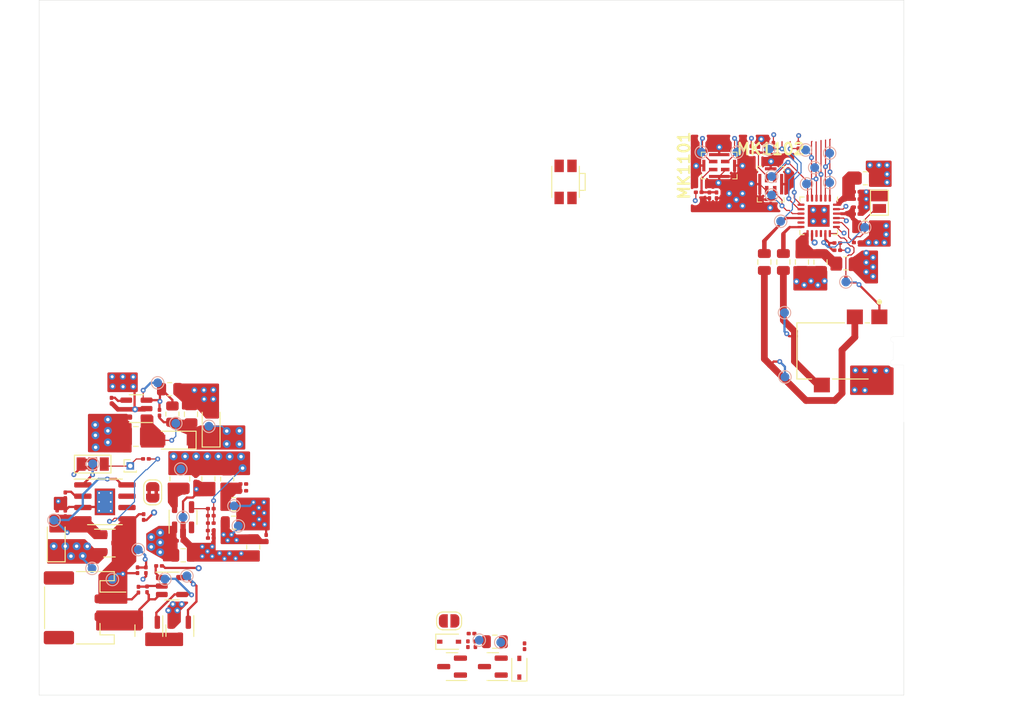
<source format=kicad_pcb>
(kicad_pcb (version 20211014) (generator pcbnew)
  (layers (0 "F.Cu" signal "Front") (1 "In1.Cu" power) (2 "In2.Cu" power) (31 "B.Cu" signal "Back") (34 "B.Paste" user) (35 "F.Paste" user) (36 "B.SilkS" user "B.Silkscreen") (37 "F.SilkS" user "F.Silkscreen") (38 "B.Mask" user) (39 "F.Mask" user) (44 "Edge.Cuts" user))
  (net 0 "")
  (net 1 "+BATT")
  (net 2 "-BATT")
  (net 3 "/Schema Funzionale/Power Rails/Gestione Batteria/BAT_PROT_VCC")
  (net 4 "GND")
  (net 5 "/Schema Funzionale/Power Rails/VIN")
  (net 6 "/Schema Funzionale/Power Rails/VBASE")
  (net 7 "VCC")
  (net 8 "/Schema Funzionale/Power Rails/Analog Filter/VDDA_PRE")
  (net 9 "VDDA")
  (net 10 "GNDA")
  (net 11 "/Schema Funzionale/Power Rails/VLCD")
  (net 12 "/Schema Funzionale/Power Rails/LCD_Regulator/VLCD_FB")
  (net 13 "/Schema Funzionale/Power Rails/PWR_BTN_SENSE")
  (net 14 "/Schema Funzionale/Power Rails/PWR_HOLD")
  (net 15 "/Schema Funzionale/Power Rails/LCD_Regulator/VLCD_SW")
  (net 16 "/Schema Funzionale/Power Rails/Gestione Batteria/NTC_REF")
  (net 17 "/Schema Funzionale/Power Rails/Gestione Batteria/BAT_NTC")
  (net 18 "/Schema Funzionale/Power Rails/Gestione Batteria/CHRG")
  (net 19 "/Schema Funzionale/Power Rails/Gestione Batteria/DSCH_EN")
  (net 20 "/Schema Funzionale/Power Rails/Gestione Batteria/CHRG_EN")
  (net 21 "/Schema Funzionale/Power Rails/VBAT")
  (net 22 "/Schema Funzionale/Power Rails/Gestione Batteria/BAT_PRT_VM")
  (net 23 "/Schema Funzionale/Audio Input-Output/DAC_REF")
  (net 24 "/Schema Funzionale/Audio Input-Output/DAC_IOVCC")
  (net 25 "/Schema Funzionale/Audio Input-Output/R_CH_OUT")
  (net 26 "/Schema Funzionale/Audio Input-Output/R_CH")
  (net 27 "/Schema Funzionale/Audio Input-Output/L_CH_OUT")
  (net 28 "/Schema Funzionale/Audio Input-Output/L_CH")
  (net 29 "/Schema Funzionale/Audio Input-Output/DAC_DVCC")
  (net 30 "/Schema Funzionale/Audio Input-Output/DAC_AVCC")
  (net 31 "/Schema Funzionale/Audio Input-Output/~{DAC_RST}")
  (net 32 "/Schema Funzionale/Audio Input-Output/PDM.CLK")
  (net 33 "/Schema Funzionale/Audio Input-Output/PDM.DAT")
  (net 34 "/Schema Funzionale/Audio Input-Output/SCL")
  (net 35 "/Schema Funzionale/Audio Input-Output/SDA")
  (net 36 "/Schema Funzionale/Audio Input-Output/MICBIAS")
  (net 37 "/Schema Funzionale/Audio Input-Output/SLEEVE_OUT")
  (net 38 "/Schema Funzionale/Audio Input-Output/MCLK")
  (net 39 "/Schema Funzionale/Audio Input-Output/BCLK")
  (net 40 "/Schema Funzionale/Audio Input-Output/WCLK")
  (net 41 "/Schema Funzionale/Audio Input-Output/DAT")
  (net 42 "/Schema Funzionale/Audio Input-Output/RECV")
  (net 43 "/Schema Funzionale/Audio Input-Output/DMIC_CLK")
  (net 44 "/Schema Funzionale/Audio Input-Output/DMIC_DAT")
  (net 45 "/Schema Funzionale/Power Rails/Gestione Batteria/I_CHRG")
  (net 46 "/Schema Funzionale/Audio Input-Output/MIC_AVCC_2")
  (net 47 "/Schema Funzionale/Power Rails/LCD_EN")
  (net 48 "/Schema Funzionale/Audio Input-Output/MIC_AVCC")
  (net 49 "Net-(C603-Pad1)")
  (net 50 "Net-(D601-Pad1)")
  (net 51 "Net-(Q402-Pad3)")
  (net 52 "Net-(Q601-Pad3)")
  (net 53 "Net-(Q602-Pad2)")
  (net 58 "/Schema Funzionale/Power Rails/Main Reglator/VREG_FB")
  (net 59 "/Schema Funzionale/Power Rails/Main Reglator/VREG_SW")
  (footprint "Capacitor_SMD:C_0201_0603Metric" (layer "F.Cu") (at 125.5014 98.0694)
    (fp_text reference "C702" hide)
    (fp_text value "100n 0603")
  )
  (footprint "Resistor_SMD:R_0201_0603Metric" (layer "F.Cu") (at 110.7186 87.9602 -90)
    (fp_text reference "R901" hide)
    (fp_text value "10K 0603")
  )
  (footprint "Resistor_SMD:R_0805_2012Metric" (layer "F.Cu") (at 123.698 96.7486 90)
    (fp_text reference "R701" hide)
    (fp_text value "10R 0805")
  )
  (footprint "Capacitor_SMD:C_0201_0603Metric" (layer "F.Cu") (at 121.859 100.8634 180)
    (fp_text reference "C604" hide)
    (fp_text value "100n 0603")
  )
  (footprint "Package_TO_SOT_SMD:SOT-23" (layer "F.Cu") (at 118.3894 113.7666 -90)
    (fp_text reference "Q403" hide)
    (fp_text value "AO3400A")
  )
  (footprint "Jumper:SolderJumper-2_P1.3mm_Open_RoundedPad1.0x1.5mm" (layer "F.Cu") (at 148.59 112.6744)
    (fp_text reference "JP602" hide)
    (fp_text value "SolderJumper_2_Open")
  )
  (footprint "Capacitor_SMD:C_0805_2012Metric" (layer "F.Cu") (at 190.2479 72.39 -90)
    (fp_text reference "C1113" hide)
    (fp_text value "22u 0805")
  )
  (footprint "Button_Switch_SMD:SW_SPST_EVQP7A" (layer "F.Cu") (at 161.6508 63.3984 90)
    (fp_text reference "SW601" hide)
    (fp_text value "EVQP7A01P")
  )
  (footprint "Package_SO:SOIC-8-1EP_3.9x4.9mm_P1.27mm_EP2.29x3mm_ThermalVias" (layer "F.Cu") (at 109.982 99.314)
    (fp_text reference "U402" hide)
    (fp_text value "TP4056")
  )
  (footprint "Package_TO_SOT_SMD:SOT-23" (layer "F.Cu") (at 110.49 103.9368)
    (fp_text reference "Q401" hide)
    (fp_text value "AO3401A")
  )
  (footprint "Capacitor_SMD:C_0201_0603Metric" (layer "F.Cu") (at 194.3119 64.516)
    (fp_text reference "C1110" hide)
    (fp_text value "22u 0603")
  )
  (footprint "Package_TO_SOT_SMD:SOT-23" (layer "F.Cu") (at 153.4922 117.8052 180)
    (fp_text reference "Q601" hide)
    (fp_text value "AO3400A")
  )
  (footprint "Inductor_SMD:L_1008_2520Metric" (layer "F.Cu") (at 113.4618 91.9734)
    (fp_text reference "L901" hide)
    (fp_text value "LQH2HPZ6R8MJRL")
  )
  (footprint "Resistor_SMD:R_0201_0603Metric" (layer "F.Cu") (at 157.0482 115.5192 90)
    (fp_text reference "R607" hide)
    (fp_text value "10K 0603")
  )
  (footprint "Capacitor_SMD:C_0201_0603Metric" (layer "F.Cu") (at 194.3119 65.3288)
    (fp_text reference "C1107" hide)
    (fp_text value "100n 0603")
  )
  (footprint "Package_DFN_QFN:VQFN-24-1EP_4x4mm_P0.5mm_EP2.45x2.45mm" (layer "F.Cu") (at 190.0447 67.2084 -90)
    (fp_text reference "U1101" hide)
    (fp_text value "TLV320DAC3203RGE")
  )
  (footprint "Capacitor_SMD:C_0805_2012Metric" (layer "F.Cu") (at 153.7208 115.0112)
    (fp_text reference "C603" hide)
    (fp_text value "47u 0805")
  )
  (footprint "Package_TO_SOT_SMD:SOT-23-5" (layer "F.Cu") (at 117.5004 108.7628)
    (fp_text reference "U401" hide)
    (fp_text value "AP9101CK-ETRG1")
  )
  (footprint "Connector_JST:JST_PH_S2B-PH-SM4-TB_1x02-1MP_P2.00mm_Horizontal" (layer "F.Cu") (at 107.7214 111.2012 -90)
    (fp_text reference "BT401" hide)
    (fp_text value "LiPo 3.7V")
  )
  (footprint "Diode_SMD:D_SOD-323" (layer "F.Cu") (at 148.59 115.0112)
    (fp_text reference "D602" hide)
    (fp_text value "1N5819WS")
  )
  (footprint "Resistor_SMD:R_0201_0603Metric" (layer "F.Cu") (at 121.859 100.076)
    (fp_text reference "R604" hide)
    (fp_text value "0R 0603")
  )
  (footprint "Resistor_SMD:R_0805_2012Metric" (layer "F.Cu") (at 193.0927 72.5424 180)
    (fp_text reference "R1106" hide)
    (fp_text value "0R 0805")
  )
  (footprint "Capacitor_SMD:C_0805_2012Metric" (layer "F.Cu") (at 118.7704 105.3084)
    (fp_text reference "C601" hide)
    (fp_text value "10u 0805")
  )
  (footprint "Diode_SMD:D_SOD-123" (layer "F.Cu") (at 117.9576 92.3798 180)
    (fp_text reference "D901" hide)
    (fp_text value "B5819W")
  )
  (footprint "Capacitor_SMD:C_0805_2012Metric" (layer "F.Cu") (at 121.5898 96.7232 -90)
    (fp_text reference "C607" hide)
    (fp_text value "10u 0805")
  )
  (footprint "Resistor_SMD:R_0201_0603Metric" (layer "F.Cu") (at 121.859 101.7016 180)
    (fp_text reference "R605" hide)
    (fp_text value "13K 0603")
  )
  (footprint "Jumper:SolderJumper-3_P1.3mm_Bridged2Bar12_Pad1.0x1.5mm_NumberLabels" (layer "F.Cu") (at 108.6104 95.0722)
    (fp_text reference "JP401" hide)
    (fp_text value "SolderJumper_3_Bridged12")
  )
  (footprint "Resistor_SMD:R_0201_0603Metric" (layer "F.Cu") (at 182.4736 59.7154 -90)
    (fp_text reference "R1105" hide)
    (fp_text value "0R 0603")
  )
  (footprint "Diode_SMD:D_SOD-323" (layer "F.Cu") (at 156.464 117.9322 90)
    (fp_text reference "D601" hide)
    (fp_text value "1N5819WS")
  )
  (footprint "Resistor_SMD:R_0201_0603Metric" (layer "F.Cu") (at 113.7412 109.1692 90)
    (fp_text reference "R403" hide)
    (fp_text value "330 0603")
  )
  (footprint "Resistor_SMD:R_0805_2012Metric" (layer "F.Cu") (at 195.2771 68.4276 180)
    (fp_text reference "R1108" hide)
    (fp_text value "0R 0805")
  )
  (footprint "Resistor_SMD:R_0201_0603Metric" (layer "F.Cu") (at 151.1046 114.0968 180)
    (fp_text reference "R601" hide)
    (fp_text value "10K 0603")
  )
  (footprint "Package_TO_SOT_SMD:SOT-23-5" (layer "F.Cu") (at 113.5126 88.8492 180)
    (fp_text reference "U901" hide)
    (fp_text value "TPS61040DBV")
  )
  (footprint "Capacitor_SMD:C_0201_0603Metric" (layer "F.Cu") (at 183.2883 59.7916 90)
    (fp_text reference "C1103" hide)
    (fp_text value "22u 0603")
  )
  (footprint "Capacitor_SMD:C_0201_0603Metric" (layer "F.Cu") (at 118.364 103.6828)
    (fp_text reference "C602" hide)
    (fp_text value "100n 0603")
  )
  (footprint "Sensor_Audio:MP34DT05TRA" (layer "F.Cu") (at 184.6599 63.6524 180)
    (fp_text reference "MK1102")
    (fp_text value "MP34DT05TR-A" hide)
  )
  (footprint "Capacitor_SMD:C_0201_0603Metric" (layer "F.Cu") (at 125.5014 97.3074)
    (fp_text reference "C701" hide)
    (fp_text value "100n 0603")
  )
  (footprint "Resistor_SMD:R_0805_2012Metric" (layer "F.Cu") (at 195.2771 62.992 180)
    (fp_text reference "R1109" hide)
    (fp_text value "0R 0805")
  )
  (footprint "Jumper:SolderJumper-2_P1.3mm_Bridged2Bar_RoundedPad1.0x1.5mm" (layer "F.Cu") (at 115.3414 98.2472 90)
    (fp_text reference "JP601" hide)
    (fp_text value "SolderJumper_2_Bridged")
  )
  (footprint "Diode_SMD:D_SOD-123" (layer "F.Cu") (at 121.8946 90.9066 90)
    (fp_text reference "D902" hide)
    (fp_text value "B5819W")
  )
  (footprint "Resistor_SMD:R_0201_0603Metric" (layer "F.Cu") (at 113.6396 106.9848 -90)
    (fp_text reference "R401" hide)
    (fp_text value "10K 0603")
  )
  (footprint "Resistor_SMD:R_0201_0603Metric" (layer "F.Cu") (at 116.0526 106.5022 180)
    (fp_text reference "R404" hide)
    (fp_text value "2K7 0603")
  )
  (footprint "Capacitor_SMD:C_0201_0603Metric" (layer "F.Cu") (at 114.3254 101.0158 -90)
    (fp_text reference "C402" hide)
    (fp_text value "100n 0603")
  )
  (footprint "Resistor_SMD:R_0805_2012Metric" (layer "F.Cu") (at 126.619 104.394 -90)
    (fp_text reference "R702" hide)
    (fp_text value "0R 0805")
  )
  (footprint "Capacitor_SMD:C_0201_0603Metric" (layer "F.Cu") (at 194.3119 66.2432)
    (fp_text reference "C1112" hide)
    (fp_text value "22u 0603")
  )
  (footprint "Capacitor_SMD:C_0201_0603Metric" (layer "F.Cu") (at 128.0668 103.3526 -90)
    (fp_text reference "C703" hide)
    (fp_text value "100n 0603")
  )
  (footprint "Capacitor_SMD:C_0201_0603Metric" (layer "F.Cu") (at 116.1034 89.3064 90)
    (fp_text reference "C901" hide)
    (fp_text value "68p 0603")
  )
  (footprint "Sensor_Audio:MP34DT05TRA" (layer "F.Cu") (at 178.8833 61.5624 -90)
    (fp_text reference "MK1101")
    (fp_text value "MP34DT05TR-A" hide)
  )
  (footprint "Capacitor_SMD:C_0201_0603Metric" (layer "F.Cu") (at 177.7833 64.9074 -90)
    (fp_text reference "C1101" hide)
    (fp_text value "22u 0603")
  )
  (footprint "Resistor_SMD:R_0201_0603Metric" (layer "F.Cu") (at 184.9647 59.3344 -90)
    (fp_text reference "R1103" hide)
    (fp_text value "10K 0603")
  )
  (footprint "Capacitor_SMD:C_0805_2012Metric" (layer "F.Cu") (at 183.9487 72.39 -90)
    (fp_text reference "C1108" hide)
    (fp_text value "47u 0805")
  )
  (footprint "Resistor_SMD:R_0201_0603Metric" (layer "F.Cu") (at 176.5833 64.5624)
    (fp_text reference "R1101" hide)
    (fp_text value "0R 0603")
  )
  (footprint "Connector_PinHeader_1.00mm:PinHeader_1x01_P1.00mm_Vertical" (layer "F.Cu") (at 112.8268 95.2754)
    (fp_text reference "NTC401" hide)
    (fp_text value "NP")
  )
  (footprint "Capacitor_SMD:C_0201_0603Metric" (layer "F.Cu") (at 120.1674 96.7232 -90)
    (fp_text reference "C606" hide)
    (fp_text value "100n 0603")
  )
  (footprint "Package_TO_SOT_SMD:SOT-23" (layer "F.Cu") (at 148.9202 117.8052 180)
    (fp_text reference "Q602" hide)
    (fp_text value "AO3401A")
  )
  (footprint "Resistor_SMD:R_0201_0603Metric" (layer "F.Cu") (at 121.8484 102.5398)
    (fp_text reference "R606" hide)
    (fp_text value "5K1 0603")
  )
  (footprint "Capacitor_SMD:C_0201_0603Metric" (layer "F.Cu") (at 114.7064 109.129 -90)
    (fp_text reference "C401" hide)
    (fp_text value "100n 0603")
  )
  (footprint "Resistor_SMD:R_0201_0603Metric" (layer "F.Cu") (at 194.3119 70.2056 180)
    (fp_text reference "R1104" hide)
    (fp_text value "10K 0603")
  )
  (footprint "Capacitor_SMD:C_0201_0603Metric" (layer "F.Cu") (at 121.859 103.378)
    (fp_text reference "C605" hide)
    (fp_text value "100n 0603")
  )
  (footprint "Jumper:SolderJumper-2_P1.3mm_Open_Pad1.0x1.5mm" (layer "F.Cu") (at 196.8519 65.7352 -90)
    (fp_text reference "JP1101" hide)
    (fp_text value "SolderJumper_2_Open")
  )
  (footprint "Resistor_SMD:R_0805_2012Metric" (layer "F.Cu") (at 117.2464 86.6648 180)
    (fp_text reference "R903" hide)
    (fp_text value "10k 0805")
  )
  (footprint "Capacitor_SMD:C_0805_2012Metric" (layer "F.Cu") (at 119.634 89.4842 90)
    (fp_text reference "C902" hide)
    (fp_text value "10u 0805")
  )
  (footprint "Resistor_SMD:R_0201_0603Metric" (layer "F.Cu") (at 187.7587 59.3344 -90)
    (fp_text reference "R1102" hide)
    (fp_text value "10K 0603")
  )
  (footprint "Capacitor_SMD:C_0805_2012Metric" (layer "F.Cu") (at 124.4346 101.6508 180)
    (fp_text reference "C704" hide)
    (fp_text value "10u 0805")
  )
  (footprint "Resistor_SMD:R_0805_2012Metric" (layer "F.Cu") (at 117.5512 89.4588 -90)
    (fp_text reference "R902" hide)
    (fp_text value "82k 0805")
  )
  (footprint "Resistor_SMD:R_0201_0603Metric" (layer "F.Cu") (at 151.5364 115.2906 -90)
    (fp_text reference "R602" hide)
    (fp_text value "10K 0603")
  )
  (footprint "Capacitor_SMD:C_0201_0603Metric" (layer "F.Cu") (at 178.5833 64.9074 -90)
    (fp_text reference "C1102" hide)
    (fp_text value "100n 0603")
  )
  (footprint "Package_TO_SOT_SMD:TSOT-23-5" (layer "F.Cu") (at 118.745 101.0412 90)
    (fp_text reference "U601" hide)
    (fp_text value "LM3671 1.8/ADJ")
  )
  (footprint "Capacitor_SMD:C_0201_0603Metric" (layer "F.Cu") (at 192.1275 70.2564)
    (fp_text reference "C1105" hide)
    (fp_text value "22u 0603")
  )
  (footprint "Capacitor_SMD:C_0201_0603Metric" (layer "F.Cu") (at 184.1011 59.7916 90)
    (fp_text reference "C1104" hide)
    (fp_text value "100n 0603")
  )
  (footprint "Capacitor_SMD:C_0201_0603Metric" (layer "F.Cu") (at 104.6226 100.5988 90)
    (fp_text reference "C403" hide)
    (fp_text value "100n 0603")
  )
  (footprint "Connector_Audio:CUI_SJ2-35954A-SMT-TR" (layer "F.Cu") (at 193.5988 82.3722 180)
    (fp_text reference "J1101" hide)
    (fp_text value "SJ2-35954A-SMT-TR")
    (fp_line (start -4.8 1.6) (end -6 1.6) (layer "Edge.Cuts") (width 0.01))
    (fp_line (start -6 -8) (end -6 -1.6) (layer "Edge.Cuts") (width 0.01))
    (fp_line (start -6 1.6) (end -6 8) (layer "Edge.Cuts") (width 0.01))
    (fp_line (start -6 -1.6) (end -4.8 -1.6) (layer "Edge.Cuts") (width 0.01))
    (fp_line (start -4.8 -1) (end -4.8 1) (layer "Edge.Cuts") (width 0.01))
    (fp_arc (start -4.8 1) (mid -4.5 1.3) (end -4.8 1.6) (layer "Edge.Cuts") (width 0.01))
    (fp_arc (start -4.8 -1.6) (mid -4.5 -1.3) (end -4.8 -1) (layer "Edge.Cuts") (width 0.01))
  )
  (footprint "Resistor_SMD:R_0201_0603Metric" (layer "F.Cu") (at 193.0927 74.422 -90)
    (fp_text reference "R1107" hide)
    (fp_text value "2K2 0603")
  )
  (footprint "Package_TO_SOT_SMD:SOT-23" (layer "F.Cu") (at 114.9096 113.7666 -90)
    (fp_text reference "Q402" hide)
    (fp_text value "AO3400A")
  )
  (footprint "Capacitor_SMD:C_0805_2012Metric" (layer "F.Cu") (at 188.1651 72.39 -90)
    (fp_text reference "C1114" hide)
    (fp_text value "100n 0805")
  )
  (footprint "Resistor_SMD:R_0201_0603Metric" (layer "F.Cu") (at 105.537 100.6094 -90)
    (fp_text reference "R405" hide)
    (fp_text value "10K 0603")
  )
  (footprint "Resistor_SMD:R_0805_2012Metric" (layer "F.Cu") (at 124.4346 99.568)
    (fp_text reference "FB701" hide)
    (fp_text value "600R@100MHz 0805")
  )
  (footprint "Capacitor_SMD:C_0201_0603Metric" (layer "F.Cu") (at 192.1275 71.0692)
    (fp_text reference "C1106" hide)
    (fp_text value "100n 0603")
  )
  (footprint "Inductor_SMD:L_1008_2520Metric" (layer "F.Cu") (at 118.3894 96.7232 90)
    (fp_text reference "L601" hide)
    (fp_text value "LQH2HPZ6R8MJRL ")
  )
  (footprint "Diode_SMD:D_SOD-123" (layer "F.Cu") (at 104.521 103.7844 90)
    (fp_text reference "D401" hide)
    (fp_text value "B5819W")
  )
  (footprint "Resistor_SMD:R_0201_0603Metric" (layer "F.Cu") (at 114.5794 94.488)
    (fp_text reference "R407" hide)
    (fp_text value "10K 0603")
  )
  (footprint "Capacitor_SMD:C_0201_0603Metric" (layer "F.Cu") (at 194.3119 67.0052)
    (fp_text reference "C1111" hide)
    (fp_text value "100n 0603")
  )
  (footprint "Capacitor_SMD:C_0805_2012Metric" (layer "F.Cu") (at 186.0823 72.39 -90)
    (fp_text reference "C1109" hide)
    (fp_text value "47u 0805")
  )
  (footprint "Resistor_SMD:R_0201_0603Metric" (layer "F.Cu") (at 150.6982 115.2906 -90)
    (fp_text reference "R603" hide)
    (fp_text value "100K 0603")
  )
  (footprint "Resistor_SMD:R_0201_0603Metric" (layer "F.Cu") (at 114.5794 106.9848 90)
    (fp_text reference "R402" hide)
    (fp_text value "10K 0603")
  )
  (footprint "Resistor_SMD:R_0201_0603Metric" (layer "F.Cu") (at 105.537 98.5774 90)
    (fp_text reference "R406" hide)
    (fp_text value "2K7 0603")
  )
  (footprint "TestPoint:TestPoint_Pad_D1.0mm" (layer "B.Cu") (at 180.8833 60.0624 90)
    (fp_text reference "TP1101" hide)
    (fp_text value "TestPoint_Small")
  )
  (footprint "TestPoint:TestPoint_Pad_D1.0mm" (layer "B.Cu") (at 176.8833 60.0624 90)
    (fp_text reference "TP1102" hide)
    (fp_text value "TestPoint_Small")
  )
  (footprint "TestPoint:TestPoint_Pad_D1.0mm" (layer "B.Cu") (at 119.1768 107.6198 180)
    (fp_text reference "TP406" hide)
    (fp_text value "TestPoint_Small")
  )
  (footprint "TestPoint:TestPoint_Pad_D1.0mm" (layer "B.Cu") (at 195.2 68.5 90)
    (fp_text reference "TP1112" hide)
    (fp_text value "TestPoint_Small")
  )
  (footprint "TestPoint:TestPoint_Pad_D1.0mm" (layer "B.Cu") (at 184.7615 64.8716 90)
    (fp_text reference "TP1111" hide)
    (fp_text value "TestPoint_Small")
  )
  (footprint "TestPoint:TestPoint_Pad_D1.0mm" (layer "B.Cu") (at 118.745 101.0412 -90)
    (fp_text reference "TP603" hide)
    (fp_text value "TestPoint_Small")
  )
  (footprint "TestPoint:TestPoint_Pad_D1.0mm" (layer "B.Cu") (at 188.5767 59.8144 90)
    (fp_text reference "TP1109" hide)
    (fp_text value "TestPoint_Small")
  )
  (footprint "TestPoint:TestPoint_Pad_D1.0mm" (layer "B.Cu") (at 113.7158 104.6734 180)
    (fp_text reference "TP401" hide)
    (fp_text value "TestPoint_Small")
  )
  (footprint "TestPoint:TestPoint_Pad_D1.0mm" (layer "B.Cu") (at 124.46 99.7712 180)
    (fp_text reference "TP702" hide)
    (fp_text value "TestPoint_Small")
  )
  (footprint "TestPoint:TestPoint_Pad_D1.0mm" (layer "B.Cu") (at 193.0927 74.6252 90)
    (fp_text reference "TP1115" hide)
    (fp_text value "TestPoint_Small")
  )
  (footprint "TestPoint:TestPoint_Pad_D1.0mm" (layer "B.Cu") (at 191.2691 63.472 90)
    (fp_text reference "TP1105" hide)
    (fp_text value "TestPoint_Small")
  )
  (footprint "TestPoint:TestPoint_Pad_D1.0mm" (layer "B.Cu") (at 191.2691 60.17 90)
    (fp_text reference "TP1106" hide)
    (fp_text value "TestPoint_Small")
  )
  (footprint "TestPoint:TestPoint_Pad_D1.0mm" (layer "B.Cu") (at 108.6104 95.0468 180)
    (fp_text reference "TP407" hide)
    (fp_text value "TestPoint_Small")
  )
  (footprint "TestPoint:TestPoint_Pad_D1.0mm" (layer "B.Cu") (at 184.4567 59.7408 90)
    (fp_text reference "TP1104" hide)
    (fp_text value "TestPoint_Small")
  )
  (footprint "TestPoint:TestPoint_Pad_D1.0mm" (layer "B.Cu") (at 188.6783 63.6244 90)
    (fp_text reference "TP1108" hide)
    (fp_text value "TestPoint_Small")
  )
  (footprint "TestPoint:TestPoint_Pad_D1.0mm" (layer "B.Cu") (at 117.9322 90.5002 180)
    (fp_text reference "TP901" hide)
    (fp_text value "TestPoint_Small")
  )
  (footprint "TestPoint:TestPoint_Pad_D1.0mm" (layer "B.Cu") (at 116.713 107.9754 180)
    (fp_text reference "TP405" hide)
    (fp_text value "TestPoint_Small")
  )
  (footprint "TestPoint:TestPoint_Pad_D1.0mm" (layer "B.Cu") (at 108.5342 106.7816 180)
    (fp_text reference "TP402" hide)
    (fp_text value "TestPoint_Small")
  )
  (footprint "TestPoint:TestPoint_Pad_D1.0mm" (layer "B.Cu") (at 186.2074 78.0796 90)
    (fp_text reference "TP1114" hide)
    (fp_text value "TestPoint_Small")
  )
  (footprint "TestPoint:TestPoint_Pad_D1.0mm" (layer "B.Cu") (at 115.9002 85.9536 180)
    (fp_text reference "TP903" hide)
    (fp_text value "TestPoint_Small")
  )
  (footprint "TestPoint:TestPoint_Pad_D1.0mm" (layer "B.Cu") (at 118.491 95.631 -90)
    (fp_text reference "TP604" hide)
    (fp_text value "TestPoint_Small")
  )
  (footprint "TestPoint:TestPoint_Pad_D1.0mm" (layer "B.Cu") (at 184.7615 62.7888 90)
    (fp_text reference "TP1110" hide)
    (fp_text value "TestPoint_Small")
  )
  (footprint "TestPoint:TestPoint_Pad_D1.0mm" (layer "B.Cu") (at 104.267 101.3714 180)
    (fp_text reference "TP403" hide)
    (fp_text value "TestPoint_Small")
  )
  (footprint "TestPoint:TestPoint_Pad_D1.0mm" (layer "B.Cu") (at 151.9682 114.8334 180)
    (fp_text reference "TP601" hide)
    (fp_text value "TestPoint_Small")
  )
  (footprint "TestPoint:TestPoint_Pad_D1.0mm" (layer "B.Cu") (at 124.9426 102.0064 -90)
    (fp_text reference "TP701" hide)
    (fp_text value "TestPoint_Small")
  )
  (footprint "TestPoint:TestPoint_Pad_D1.0mm" (layer "B.Cu") (at 189.5927 61.7956 90)
    (fp_text reference "TP1107" hide)
    (fp_text value "TestPoint_Small")
  )
  (footprint "TestPoint:TestPoint_Pad_D1.0mm" (layer "B.Cu") (at 121.6406 90.8304 180)
    (fp_text reference "TP902" hide)
    (fp_text value "TestPoint_Small")
  )
  (footprint "TestPoint:TestPoint_Pad_D1.0mm" (layer "B.Cu") (at 110.8202 108.0262 180)
    (fp_text reference "TP404" hide)
    (fp_text value "TestPoint_Small")
  )
  (footprint "TestPoint:TestPoint_Pad_D1.0mm" (layer "B.Cu") (at 185.7775 67.818 90)
    (fp_text reference "TP1103" hide)
    (fp_text value "TestPoint_Small")
  )
  (footprint "TestPoint:TestPoint_Pad_D1.0mm" (layer "B.Cu") (at 154.3812 115.0874 180)
    (fp_text reference "TP602" hide)
    (fp_text value "TestPoint_Small")
  )
  (footprint "TestPoint:TestPoint_Pad_D1.0mm" (layer "B.Cu") (at 186.2582 85.2932 90)
    (fp_text reference "TP1113" hide)
    (fp_text value "TestPoint_Small")
  )
  (gr_line (start 199.6 121) (end 102.6 121) (layer "Edge.Cuts") (width 0.0381))
  (gr_line (start 199.5988 90.3722) (end 199.6 121) (layer "Edge.Cuts") (width 0.0381))
  (gr_line (start 199.6 43) (end 199.5988 74.3722) (layer "Edge.Cuts") (width 0.0381))
  (gr_line (start 102.6 43) (end 199.6 43) (layer "Edge.Cuts") (width 0.0381))
  (gr_line (start 102.6 121) (end 102.6 43) (layer "Edge.Cuts") (width 0.0381))
  (segment (start 114.92 94.5) (end 115.9 94.5) (width 0.127) (layer "F.Cu") (net 1))
  (segment (start 113.345 101.155) (end 113.8 100.7) (width 0.254) (layer "F.Cu") (net 1))
  (segment (start 110.7 101.5) (end 111.045 101.155) (width 0.127) (layer "F.Cu") (net 1))
  (segment (start 110.7 110.25) (end 110.65 110.2) (width 0.254) (layer "F.Cu") (net 1))
  (segment (start 113.6 107.32) (end 112.08 107.32) (width 0.254) (layer "F.Cu") (net 1))
  (segment (start 112.08 107.32) (end 112 107.4) (width 0.254) (layer "F.Cu") (net 1))
  (segment (start 113.7 109.47) (end 113.7 109.55) (width 0.254) (layer "F.Cu") (net 1))
  (segment (start 113 110.25) (end 110.7 110.25) (width 0.254) (layer "F.Cu") (net 1))
  (segment (start 112.53 101.1) (end 112.475 101.155) (width 0.254) (layer "F.Cu") (net 1))
  (segment (start 111.045 101.155) (end 112.475 101.155) (width 0.127) (layer "F.Cu") (net 1))
  (segment (start 114.275 100.7) (end 114.3 100.725) (width 0.254) (layer "F.Cu") (net 1))
  (segment (start 113.7 109.55) (end 113 110.25) (width 0.254) (layer "F.Cu") (net 1))
  (segment (start 113.8 100.7) (end 114.275 100.7) (width 0.254) (layer "F.Cu") (net 1))
  (segment (start 110.5 101.5) (end 110.7 101.5) (width 0.127) (layer "F.Cu") (net 1))
  (segment (start 112.475 101.155) (end 113.345 101.155) (width 0.254) (layer "F.Cu") (net 1))
  (via (at 112 107.4) (size 0.55) (drill 0.25) (layers "F.Cu" "B.Cu") (net 1))
  (via (at 110.5 101.5) (size 0.55) (drill 0.25) (layers "F.Cu" "B.Cu") (net 1))
  (via (at 115.9 94.5) (size 0.55) (drill 0.25) (layers "F.Cu" "B.Cu") (net 1))
  (segment (start 114.6 95.7) (end 113.3 97) (width 0.127) (layer "B.Cu") (net 1))
  (segment (start 115.9 94.5) (end 114.7 95.7) (width 0.127) (layer "B.Cu") (net 1))
  (segment (start 111.1 101.5) (end 110.5 101.5) (width 0.127) (layer "B.Cu") (net 1))
  (segment (start 114.7 95.7) (end 114.6 95.7) (width 0.127) (layer "B.Cu") (net 1))
  (segment (start 113.3 97) (end 113.3 99.3) (width 0.127) (layer "B.Cu") (net 1))
  (segment (start 113.3 99.3) (end 111.1 101.5) (width 0.127) (layer "B.Cu") (net 1))
  (segment (start 110.8 108) (end 111.4 107.4) (width 0.254) (layer "B.Cu") (net 1))
  (segment (start 111.4 107.4) (end 112 107.4) (width 0.254) (layer "B.Cu") (net 1))
  (segment (start 115.6125 110.25) (end 114.9 110.25) (width 0.254) (layer "F.Cu") (net 2))
  (segment (start 114.9 109.75) (end 114.9 110.25) (width 0.254) (layer "F.Cu") (net 2))
  (segment (start 114.9 110.35) (end 114.9 109.75) (width 0.254) (layer "F.Cu") (net 2))
  (segment (start 113.85 111.4) (end 114.9 110.35) (width 0.254) (layer "F.Cu") (net 2))
  (segment (start 113.85 112.8625) (end 113.85 111.4) (width 0.254) (layer "F.Cu") (net 2))
  (segment (start 115.6125 110.25) (end 116.1625 109.7) (width 0.254) (layer "F.Cu") (net 2))
  (segment (start 114.7 109.47) (end 114.7 109.55) (width 0.254) (layer "F.Cu") (net 2))
  (segment (start 114.7 109.55) (end 114.9 109.75) (width 0.254) (layer "F.Cu") (net 2))
  (segment (start 116.1625 108.75) (end 114.78 108.75) (width 0.254) (layer "F.Cu") (net 3))
  (segment (start 114.78 108.75) (end 114.7 108.83) (width 0.254) (layer "F.Cu") (net 3))
  (segment (start 113.7 108.83) (end 114.7 108.83) (width 0.254) (layer "F.Cu") (net 3))
  (segment (start 114.6366 101.365) (end 115.4938 100.5078) (width 0.254) (layer "F.Cu") (net 4))
  (segment (start 118.745 99.2632) (end 119.1768 98.8314) (width 0.254) (layer "F.Cu") (net 4))
  (segment (start 192.715508 69.141708) (end 192.88712 69.141708) (width 0.127) (layer "F.Cu") (net 4))
  (segment (start 192.8347 67.4584) (end 193.1435 67.7672) (width 0.127) (layer "F.Cu") (net 4))
  (segment (start 119.1768 98.8314) (end 119.8372 98.8314) (width 0.254) (layer "F.Cu") (net 4))
  (segment (start 114.4469 88.9254) (end 113.3602 88.9254) (width 0.508) (layer "F.Cu") (net 4))
  (segment (start 113.3094 86.5378) (end 113.157 86.3854) (width 0.508) (layer "F.Cu") (net 4))
  (segment (start 114.3 101.365) (end 114.6366 101.365) (width 0.254) (layer "F.Cu") (net 4))
  (segment (start 111.4294 88.9254) (end 113.3602 88.9254) (width 0.508) (layer "F.Cu") (net 4))
  (segment (start 192.0322 66.4584) (end 192.7759 66.4584) (width 0.127) (layer "F.Cu") (net 4))
  (segment (start 119.8372 98.8314) (end 120.2436 98.425) (width 0.254) (layer "F.Cu") (net 4))
  (segment (start 116.7308 106.7308) (end 120.4722 106.7308) (width 0.254) (layer "F.Cu") (net 4))
  (segment (start 192.0322 67.4584) (end 192.8347 67.4584) (width 0.127) (layer "F.Cu") (net 4))
  (segment (start 107.525 99.885) (end 108.985 99.885) (width 0.254) (layer "F.Cu") (net 4))
  (segment (start 107.525 99.885) (end 105.945 99.885) (width 0.254) (layer "F.Cu") (net 4))
  (segment (start 192.0322 68.4584) (end 192.715508 69.141708) (width 0.127) (layer "F.Cu") (net 4))
  (segment (start 105.945 99.885) (end 105.6 100.23) (width 0.254) (layer "F.Cu") (net 4))
  (segment (start 120.2436 98.425) (end 120.2436 97.8916) (width 0.254) (layer "F.Cu") (net 4))
  (segment (start 116.5 106.5) (end 116.7308 106.7308) (width 0.254) (layer "F.Cu") (net 4))
  (segment (start 114.6 107.32) (end 114.6 107.65) (width 0.254) (layer "F.Cu") (net 4))
  (segment (start 110.7694 88.2654) (end 111.4294 88.9254) (width 0.508) (layer "F.Cu") (net 4))
  (segment (start 114.6 107.65) (end 114.25 108) (width 0.254) (layer "F.Cu") (net 4))
  (segment (start 113.3094 88.8746) (end 113.3094 86.5378) (width 0.254) (layer "F.Cu") (net 4))
  (segment (start 108.985 99.885) (end 109.35 100.25) (width 0.254) (layer "F.Cu") (net 4))
  (segment (start 107.3 95.05) (end 107.3 95.45) (width 0.254) (layer "F.Cu") (net 4))
  (segment (start 107.3 95.45) (end 106.5 96.25) (width 0.254) (layer "F.Cu") (net 4))
  (segment (start 192.7759 66.4584) (end 193.0927 66.1416) (width 0.127) (layer "F.Cu") (net 4))
  (segment (start 113.3602 88.9254) (end 113.3094 88.8746) (width 0.254) (layer "F.Cu") (net 4))
  (segment (start 118.745 102.1787) (end 118.745 99.2632) (width 0.254) (layer "F.Cu") (net 4))
  (segment (start 120.4722 106.7308) (end 120.4976 106.7562) (width 0.254) (layer "F.Cu") (net 4))
  (via (at 113.3602 88.9254) (size 0.6858) (drill 0.3302) (layers "F.Cu" "B.Cu") (net 4))
  (via (at 120.904 105.4354) (size 0.55) (drill 0.25) (layers "F.Cu" "B.Cu") (net 4))
  (via (at 123.952 105.1052) (size 0.55) (drill 0.25) (layers "F.Cu" "B.Cu") (net 4))
  (via (at 120.904 104.3432) (size 0.55) (drill 0.25) (layers "F.Cu" "B.Cu") (net 4))
  (via (at 192.88712 69.141708) (size 0.55) (drill 0.25) (layers "F.Cu" "B.Cu") (net 4))
  (via (at 121.4882 104.8766) (size 0.55) (drill 0.25) (layers "F.Cu" "B.Cu") (net 4))
  (via (at 115.4938 100.5078) (size 0.6858) (drill 0.3302) (layers "F.Cu" "B.Cu") (net 4))
  (via (at 118.6 110.8) (size 0.6858) (drill 0.3302) (layers "F.Cu" "B.Cu") (net 4))
  (via (at 117.6 110.8) (size 0.6858) (drill 0.3302) (layers "F.Cu" "B.Cu") (net 4))
  (via (at 122.0216 105.4354) (size 0.55) (drill 0.25) (layers "F.Cu" "B.Cu") (net 4))
  (via (at 121.1072 87.7824) (size 0.6858) (drill 0.3302) (layers "F.Cu" "B.Cu") (net 4))
  (via (at 106.5 96.25) (size 0.55) (drill 0.25) (layers "F.Cu" "B.Cu") (net 4))
  (via (at 120.2436 97.8916) (size 0.55) (drill 0.25) (layers "F.Cu" "B.Cu") (net 4))
  (via (at 122.0216 104.3432) (size 0.55) (drill 0.25) (layers "F.Cu" "B.Cu") (net 4))
  (via (at 123.3932 105.6894) (size 0.55) (drill 0.25) (layers "F.Cu" "B.Cu") (net 4))
  (via (at 195.3787 65.3288) (size 0.55) (drill 0.25) (layers "F.Cu" "B.Cu") (net 4))
  (via (at 118.1 111.5) (size 0.6858) (drill 0.3302) (layers "F.Cu" "B.Cu") (net 4))
  (via (at 193.0927 66.1416) (size 0.55) (drill 0.25) (layers "F.Cu" "B.Cu") (net 4))
  (via (at 112.014 86.3854) (size 0.6858) (drill 0.3302) (layers "F.Cu" "B.Cu") (net 4))
  (via (at 121.0818 86.7664) (size 0.6858) (drill 0.3302) (layers "F.Cu" "B.Cu") (net 4))
  (via (at 122.8344 105.0798) (size 0.55) (drill 0.25) (layers "F.Cu" "B.Cu") (net 4))
  (via (at 113.157 86.3854) (size 0.6858) (drill 0.3302) (layers "F.Cu" "B.Cu") (net 4))
  (via (at 117.1 111.5) (size 0.6858) (drill 0.3302) (layers "F.Cu" "B.Cu") (net 4))
  (via (at 125.2728 105.1052) (size 0.55) (drill 0.25) (layers "F.Cu" "B.Cu") (net 4))
  (via (at 110.7948 85.2678) (size 0.6858) (drill 0.3302) (layers "F.Cu" "B.Cu") (net 4))
  (via (at 111.9886 85.2678) (size 0.6858) (drill 0.3302) (layers "F.Cu" "B.Cu") (net 4))
  (via (at 120.4976 106.7562) (size 0.6858) (drill 0.3302) (layers "F.Cu" "B.Cu") (net 4))
  (via (at 122.1486 87.7824) (size 0.6858) (drill 0.3302) (layers "F.Cu" "B.Cu") (net 4))
  (via (at 124.6378 105.664) (size 0.55) (drill 0.25) (layers "F.Cu" "B.Cu") (net 4))
  (via (at 113.157 85.2932) (size 0.6858) (drill 0.3302) (layers "F.Cu" "B.Cu") (net 4))
  (via (at 122.1486 86.741) (size 0.6858) (drill 0.3302) (layers "F.Cu" "B.Cu") (net 4))
  (via (at 195.3787 66.2432) (size 0.55) (drill 0.25) (layers "F.Cu" "B.Cu") (net 4))
  (via (at 114.25 108) (size 0.55) (drill 0.25) (layers "F.Cu" "B.Cu") (net 4))
  (via (at 110.8456 86.36) (size 0.6858) (drill 0.3302) (layers "F.Cu" "B.Cu") (net 4))
  (via (at 120.015 86.7664) (size 0.6858) (drill 0.3302) (layers "F.Cu" "B.Cu") (net 4))
  (via (at 104.75 99.25) (size 0.55) (drill 0.25) (layers "F.Cu" "B.Cu") (net 4))
  (via (at 195.3787 64.516) (size 0.55) (drill 0.25) (layers "F.Cu" "B.Cu") (net 4))
  (via (at 193.1435 67.7672) (size 0.55) (drill 0.25) (layers "F.Cu" "B.Cu") (net 4))
  (segment (start 112.475 97.345) (end 111.845 97.345) (width 0.254) (layer "F.Cu") (net 5))
  (segment (start 111.845 97.345) (end 111.25 96.75) (width 0.254) (layer "F.Cu") (net 5))
  (segment (start 111.25 96.75) (end 110.25 96.75) (width 0.254) (layer "F.Cu") (net 5))
  (via (at 105.75 102.75) (size 0.55) (drill 0.25) (layers "F.Cu" "B.Cu") (net 5))
  (via (at 110.25 96.75) (size 0.55) (drill 0.25) (layers "F.Cu" "B.Cu") (net 5))
  (segment (start 109.25 96.75) (end 107.5 98.5) (width 0.254) (layer "B.Cu") (net 5))
  (segment (start 104.35 101.35) (end 105.75 102.75) (width 0.254) (layer "B.Cu") (net 5))
  (segment (start 110.25 96.75) (end 109.25 96.75) (width 0.254) (layer "B.Cu") (net 5))
  (segment (start 107.5 99.75) (end 105.9 101.35) (width 0.254) (layer "B.Cu") (net 5))
  (segment (start 107.5 98.5) (end 107.5 99.75) (width 0.254) (layer "B.Cu") (net 5))
  (segment (start 105.9 101.35) (end 104.2 101.35) (width 0.254) (layer "B.Cu") (net 5))
  (segment (start 104.2 101.35) (end 104.35 101.35) (width 0.254) (layer "B.Cu") (net 5))
  (via (at 108.8898 90.678) (size 0.889) (drill 0.381) (layers "F.Cu" "B.Cu") (net 6))
  (via (at 116.1796 102.7684) (size 0.889) (drill 0.381) (layers "F.Cu" "B.Cu") (net 6))
  (via (at 105.537 104.2924) (size 0.889) (drill 0.381) (layers "F.Cu" "B.Cu") (net 6))
  (via (at 108.9406 93.1926) (size 0.889) (drill 0.381) (layers "F.Cu" "B.Cu") (net 6))
  (via (at 106.807 104.2924) (size 0.889) (drill 0.381) (layers "F.Cu" "B.Cu") (net 6))
  (via (at 115.1796 103.2684) (size 0.889) (drill 0.381) (layers "F.Cu" "B.Cu") (net 6))
  (via (at 110.3122 92.6338) (size 0.889) (drill 0.381) (layers "F.Cu" "B.Cu") (net 6))
  (via (at 108 104.3) (size 0.889) (drill 0.381) (layers "F.Cu" "B.Cu") (net 6))
  (via (at 110.3122 91.3384) (size 0.889) (drill 0.381) (layers "F.Cu" "B.Cu") (net 6))
  (via (at 106.172 105.41) (size 0.889) (drill 0.381) (layers "F.Cu" "B.Cu") (net 6))
  (via (at 116.1796 103.8684) (size 0.889) (drill 0.381) (layers "F.Cu" "B.Cu") (net 6))
  (via (at 104.2416 104.2924) (size 0.889) (drill 0.381) (layers "F.Cu" "B.Cu") (net 6))
  (via (at 115.1796 104.3684) (size 0.889) (drill 0.381) (layers "F.Cu" "B.Cu") (net 6))
  (via (at 116.1796 104.9684) (size 0.889) (drill 0.381) (layers "F.Cu" "B.Cu") (net 6))
  (via (at 108.9152 91.8464) (size 0.889) (drill 0.381) (layers "F.Cu" "B.Cu") (net 6))
  (via (at 107.4928 105.3846) (size 0.889) (drill 0.381) (layers "F.Cu" "B.Cu") (net 6))
  (via (at 110.3122 90.0684) (size 0.889) (drill 0.381) (layers "F.Cu" "B.Cu") (net 6))
  (segment (start 107.5 105.7) (end 107.5 105.4) (width 0.254) (layer "B.Cu") (net 6))
  (segment (start 108.6 106.8) (end 107.5 105.7) (width 0.254) (layer "B.Cu") (net 6))
  (segment (start 122.179 101.7016) (end 122.179 100.076) (width 0.127) (layer "F.Cu") (net 7))
  (segment (start 122.179 99.192) (end 122.174 99.187) (width 0.127) (layer "F.Cu") (net 7))
  (segment (start 184.9647 58.1353) (end 185 58.1) (width 0.127) (layer "F.Cu") (net 7))
  (segment (start 187.7587 58.2413) (end 187.8 58.2) (width 0.127) (layer "F.Cu") (net 7))
  (segment (start 184.9647 59.0144) (end 184.9647 58.1353) (width 0.127) (layer "F.Cu") (net 7))
  (segment (start 187.7587 59.0144) (end 187.7587 58.2413) (width 0.127) (layer "F.Cu") (net 7))
  (segment (start 122.179 100.076) (end 122.179 99.192) (width 0.127) (layer "F.Cu") (net 7))
  (via (at 197.7155 62.5348) (size 0.6858) (drill 0.3302) (layers "F.Cu" "B.Cu") (net 7))
  (via (at 197.7155 61.5188) (size 0.6858) (drill 0.3302) (layers "F.Cu" "B.Cu") (net 7))
  (via (at 197.6139 68.326) (size 0.6858) (drill 0.3302) (layers "F.Cu" "B.Cu") (net 7))
  (via (at 122.7074 94.2086) (size 0.889) (drill 0.381) (layers "F.Cu" "B.Cu") (net 7))
  (via (at 117.6782 94.2086) (size 0.889) (drill 0.381) (layers "F.Cu" "B.Cu") (net 7))
  (via (at 125.4252 95.5294) (size 0.889) (drill 0.381) (layers "F.Cu" "B.Cu") (net 7))
  (via (at 196.8011 61.5188) (size 0.6858) (drill 0.3302) (layers "F.Cu" "B.Cu") (net 7))
  (via (at 118.9736 94.2086) (size 0.889) (drill 0.381) (layers "F.Cu" "B.Cu") (net 7))
  (via (at 123.9774 94.234) (size 0.889) (drill 0.381) (layers "F.Cu" "B.Cu") (net 7))
  (via (at 185 58.1) (size 0.55) (drill 0.25) (layers "F.Cu" "B.Cu") (net 7))
  (via (at 195.7851 61.5188) (size 0.6858) (drill 0.3302) (layers "F.Cu" "B.Cu") (net 7))
  (via (at 197.4107 70.2056) (size 0.6858) (drill 0.3302) (layers "F.Cu" "B.Cu") (net 7))
  (via (at 187.8 58.2) (size 0.55) (drill 0.25) (layers "F.Cu" "B.Cu") (net 7))
  (via (at 125.2474 94.234) (size 0.889) (drill 0.381) (layers "F.Cu" "B.Cu") (net 7))
  (via (at 195.6327 70.2056) (size 0.6858) (drill 0.3302) (layers "F.Cu" "B.Cu") (net 7))
  (via (at 120.2182 94.2086) (size 0.889) (drill 0.381) (layers "F.Cu" "B.Cu") (net 7))
  (via (at 122.174 99.187) (size 0.55) (drill 0.25) (layers "F.Cu" "B.Cu") (net 7))
  (via (at 197.7155 63.4492) (size 0.6858) (drill 0.3302) (layers "F.Cu" "B.Cu") (net 7))
  (via (at 196.4963 70.2056) (size 0.6858) (drill 0.3302) (layers "F.Cu" "B.Cu") (net 7))
  (via (at 121.4628 94.2086) (size 0.889) (drill 0.381) (layers "F.Cu" "B.Cu") (net 7))
  (via (at 197.6139 69.2912) (size 0.6858) (drill 0.3302) (layers "F.Cu" "B.Cu") (net 7))
  (segment (start 122.174 99.187) (end 122.174 98.7806) (width 0.127) (layer "B.Cu") (net 7))
  (segment (start 122.174 98.7806) (end 125.4252 95.5294) (width 0.127) (layer "B.Cu") (net 7))
  (segment (start 128.0668 102.0318) (end 127.889 101.854) (width 0.254) (layer "F.Cu") (net 9))
  (segment (start 182.4755 58.5245) (end 182.5 58.5) (width 0.127) (layer "F.Cu") (net 9))
  (segment (start 182.4755 59.461) (end 182.4755 58.5245) (width 0.127) (layer "F.Cu") (net 9))
  (segment (start 176.2633 64.5624) (end 176.2633 65.4367) (width 0.127) (layer "F.Cu") (net 9))
  (segment (start 126.5936 101.9302) (end 126.6698 101.854) (width 0.254) (layer "F.Cu") (net 9))
  (segment (start 176.2633 65.4367) (end 176.2 65.5) (width 0.127) (layer "F.Cu") (net 9))
  (segment (start 128.0668 103.0326) (end 128.0668 102.0318) (width 0.254) (layer "F.Cu") (net 9))
  (via (at 182.5 58.5) (size 0.55) (drill 0.25) (layers "F.Cu" "B.Cu") (net 9))
  (via (at 127.2794 101.2698) (size 0.55) (drill 0.25) (layers "F.Cu" "B.Cu") (net 9))
  (via (at 126.6698 101.854) (size 0.55) (drill 0.25) (layers "F.Cu" "B.Cu") (net 9))
  (via (at 196.1407 72.9488) (size 0.6858) (drill 0.3302) (layers "F.Cu" "B.Cu") (net 9))
  (via (at 195.3787 71.374) (size 0.6858) (drill 0.3302) (layers "F.Cu" "B.Cu") (net 9))
  (via (at 126.6444 99.3648) (size 0.55) (drill 0.25) (layers "F.Cu" "B.Cu") (net 9))
  (via (at 195.3787 73.5076) (size 0.6858) (drill 0.3302) (layers "F.Cu" "B.Cu") (net 9))
  (via (at 126.6698 100.5586) (size 0.55) (drill 0.25) (layers "F.Cu" "B.Cu") (net 9))
  (via (at 195.3787 72.4408) (size 0.6858) (drill 0.3302) (layers "F.Cu" "B.Cu") (net 9))
  (via (at 196.1407 71.882) (size 0.6858) (drill 0.3302) (layers "F.Cu" "B.Cu") (net 9))
  (via (at 127.254 99.9744) (size 0.55) (drill 0.25) (layers "F.Cu" "B.Cu") (net 9))
  (via (at 127.8128 99.3648) (size 0.55) (drill 0.25) (layers "F.Cu" "B.Cu") (net 9))
  (via (at 127.889 101.854) (size 0.55) (drill 0.25) (layers "F.Cu" "B.Cu") (net 9))
  (via (at 176.2 65.5) (size 0.55) (drill 0.25) (layers "F.Cu" "B.Cu") (net 9))
  (via (at 127.8382 100.5586) (size 0.55) (drill 0.25) (layers "F.Cu" "B.Cu") (net 9))
  (via (at 196.1407 74.0156) (size 0.6858) (drill 0.3302) (layers "F.Cu" "B.Cu") (net 9))
  (segment (start 124.46 99.7712) (end 126.238 99.7712) (width 0.254) (layer "B.Cu") (net 9))
  (segment (start 126.238 99.7712) (end 126.6444 99.3648) (width 0.254) (layer "B.Cu") (net 9))
  (segment (start 179.5583 62.0124) (end 179.5583 62.1124) (width 0.127) (layer "F.Cu") (net 10))
  (segment (start 189.2947 69.1959) (end 189.2947 69.9128) (width 0.254) (layer "F.Cu") (net 10))
  (segment (start 193.287242 71.0692) (end 193.29549 71.077448) (width 0.127) (layer "F.Cu") (net 10))
  (segment (start 192.4475 71.0692) (end 193.287242 71.0692) (width 0.127) (layer "F.Cu") (net 10))
  (segment (start 192.4475 70.2564) (end 192.4475 71.0692) (width 0.127) (layer "F.Cu") (net 10))
  (segment (start 184.2099 64.3274) (end 184.1099 64.3274) (width 0.127) (layer "F.Cu") (net 10))
  (segment (start 189.2947 69.9128) (end 189.5875 70.2056) (width 0.254) (layer "F.Cu") (net 10))
  (segment (start 184.1099 64.3274) (end 183.4349 63.6524) (width 0.127) (layer "F.Cu") (net 10))
  (segment (start 179.5583 62.1124) (end 178.8833 62.7874) (width 0.127) (layer "F.Cu") (net 10))
  (via (at 180.8 65.4) (size 0.6858) (drill 0.3302) (layers "F.Cu" "B.Cu") (net 10))
  (via (at 189.5875 70.2056) (size 0.6858) (drill 0.3302) (layers "F.Cu" "B.Cu") (net 10))
  (via (at 189.9431 74.9808) (size 0.6858) (drill 0.3302) (layers "F.Cu" "B.Cu") (net 10))
  (via (at 194.1576 84.5566) (size 0.6858) (drill 0.3302) (layers "F.Cu" "B.Cu") (net 10))
  (via (at 176.3 61.6) (size 0.6858) (drill 0.3302) (layers "F.Cu" "B.Cu") (net 10))
  (via (at 178.9 59.5) (size 0.6858) (drill 0.3302) (layers "F.Cu" "B.Cu") (net 10))
  (via (at 184.6 66.3) (size 0.6858) (drill 0.3302) (layers "F.Cu" "B.Cu") (net 10))
  (via (at 189.4351 66.548) (size 0.6858) (drill 0.3302) (layers "F.Cu" "B.Cu") (net 10))
  (via (at 196.3674 84.582) (size 0.6858) (drill 0.3302) (layers "F.Cu" "B.Cu") (net 10))
  (via (at 190.7051 74.5236) (size 0.6858) (drill 0.3302) (layers "F.Cu" "B.Cu") (net 10))
  (via (at 190.6543 66.548) (size 0.6858) (drill 0.3302) (layers "F.Cu" "B.Cu") (net 10))
  (via (at 180 64.7) (size 0.6858) (drill 0.3302) (layers "F.Cu" "B.Cu") (net 10))
  (via (at 195.2244 84.5566) (size 0.6858) (drill 0.3302) (layers "F.Cu" "B.Cu") (net 10))
  (via (at 181.5 64.7) (size 0.6858) (drill 0.3302) (layers "F.Cu" "B.Cu") (net 10))
  (via (at 123.2916 102.997) (size 0.55) (drill 0.25) (layers "F.Cu" "B.Cu") (net 10))
  (via (at 180 66.1) (size 0.6858) (drill 0.3302) (layers "F.Cu" "B.Cu") (net 10))
  (via (at 193.29549 71.077448) (size 0.6858) (drill 0.3302) (layers "F.Cu" "B.Cu") (net 10))
  (via (at 184.7 61.1) (size 0.6858) (drill 0.3302) (layers "F.Cu" "B.Cu") (net 10))
  (via (at 195.2244 86.7918) (size 0.6858) (drill 0.3302) (layers "F.Cu" "B.Cu") (net 10))
  (via (at 123.7488 103.632) (size 0.55) (drill 0.25) (layers "F.Cu" "B.Cu") (net 10))
  (via (at 182.5 63.6) (size 0.6858) (drill 0.3302) (layers "F.Cu" "B.Cu") (net 10))
  (via (at 188.4191 74.9808) (size 0.6858) (drill 0.3302) (layers "F.Cu" "B.Cu") (net 10))
  (via (at 189.4351 67.818) (size 0.6858) (drill 0.3302) (layers "F.Cu" "B.Cu") (net 10))
  (via (at 197.6374 84.582) (size 0.6858) (drill 0.3302) (layers "F.Cu" "B.Cu") (net 10))
  (via (at 187.5555 74.5744) (size 0.6858) (drill 0.3302) (layers "F.Cu" "B.Cu") (net 10))
  (via (at 124.1806 102.997) (size 0.55) (drill 0.25) (layers "F.Cu" "B.Cu") (net 10))
  (via (at 183.6 58.6) (size 0.6858) (drill 0.3302) (layers "F.Cu" "B.Cu") (net 10))
  (via (at 194.0768 86.753) (size 0.6858) (drill 0.3302) (layers "F.Cu" "B.Cu") (net 10))
  (via (at 189.1811 74.5236) (size 0.6858) (drill 0.3302) (layers "F.Cu" "B.Cu") (net 10))
  (via (at 124.7394 103.6066) (size 0.55) (drill 0.25) (layers "F.Cu" "B.Cu") (net 10))
  (via (at 190.6543 67.818) (size 0.6858) (drill 0.3302) (layers "F.Cu" "B.Cu") (net 10))
  (via (at 186.6 62.2) (size 0.6858) (drill 0.3302) (layers "F.Cu" "B.Cu") (net 10))
  (via (at 181.5 61.6) (size 0.6858) (drill 0.3302) (layers "F.Cu" "B.Cu") (net 10))
  (via (at 178.8 63.5) (size 0.6858) (drill 0.3302) (layers "F.Cu" "B.Cu") (net 10))
  (via (at 181.5 66.1) (size 0.6858) (drill 0.3302) (layers "F.Cu" "B.Cu") (net 10))
  (segment (start 124.9426 102.235) (end 124.1806 102.997) (width 0.254) (layer "B.Cu") (net 10))
  (segment (start 124.9426 102.0064) (end 124.9426 102.235) (width 0.254) (layer "B.Cu") (net 10))
  (segment (start 116.1034 89.8906) (end 116.5841 90.3713) (width 0.254) (layer "F.Cu") (net 11))
  (segment (start 116.1034 89.6264) (end 116.1034 89.8906) (width 0.254) (layer "F.Cu") (net 11))
  (segment (start 116.5841 90.3713) (end 117.5512 90.3713) (width 0.254) (layer "F.Cu") (net 11))
  (via (at 125.0696 92.837) (size 0.889) (drill 0.381) (layers "F.Cu" "B.Cu") (net 11))
  (via (at 123.6472 91.3638) (size 0.889) (drill 0.381) (layers "F.Cu" "B.Cu") (net 11))
  (via (at 125.0696 91.3384) (size 0.889) (drill 0.381) (layers "F.Cu" "B.Cu") (net 11))
  (via (at 123.6472 92.8116) (size 0.889) (drill 0.381) (layers "F.Cu" "B.Cu") (net 11))
  (segment (start 123.1138 90.8304) (end 123.6472 91.3638) (width 0.127) (layer "B.Cu") (net 11))
  (segment (start 121.6406 90.8304) (end 123.1138 90.8304) (width 0.127) (layer "B.Cu") (net 11))
  (segment (start 114.2746 86.7918) (end 114.2746 87.8031) (width 0.127) (layer "F.Cu") (net 12))
  (segment (start 116.1542 86.8445) (end 116.3339 86.6648) (width 0.254) (layer "F.Cu") (net 12))
  (segment (start 116.1542 88.0364) (end 116.1542 86.8445) (width 0.254) (layer "F.Cu") (net 12))
  (segment (start 116.1034 88.0872) (end 116.1542 88.0364) (width 0.254) (layer "F.Cu") (net 12))
  (segment (start 114.6501 87.8992) (end 116.017 87.8992) (width 0.254) (layer "F.Cu") (net 12))
  (segment (start 116.1034 88.9864) (end 116.1034 88.0872) (width 0.254) (layer "F.Cu") (net 12))
  (segment (start 114.2746 87.8031) (end 114.4469 87.9754) (width 0.127) (layer "F.Cu") (net 12))
  (segment (start 117.5512 87.8821) (end 116.3339 86.6648) (width 0.254) (layer "F.Cu") (net 12))
  (segment (start 116.017 87.8992) (end 116.1542 88.0364) (width 0.254) (layer "F.Cu") (net 12))
  (segment (start 117.5512 88.5463) (end 117.5512 87.8821) (width 0.254) (layer "F.Cu") (net 12))
  (via (at 114.2746 86.7918) (size 0.55) (drill 0.25) (layers "F.Cu" "B.Cu") (net 12))
  (via (at 116.1542 88.0364) (size 0.55) (drill 0.25) (layers "F.Cu" "B.Cu") (net 12))
  (segment (start 115.1128 85.9536) (end 114.2746 86.7918) (width 0.254) (layer "B.Cu") (net 12))
  (segment (start 114.427 86.9442) (end 114.2746 86.7918) (width 0.127) (layer "B.Cu") (net 12))
  (segment (start 115.9002 85.9536) (end 115.1128 85.9536) (width 0.254) (layer "B.Cu") (net 12))
  (segment (start 116.2568 92.4052) (end 117.475 92.4052) (width 0.127) (layer "F.Cu") (net 15))
  (via (at 117.475 92.4052) (size 0.55) (drill 0.25) (layers "F.Cu" "B.Cu") (net 15))
  (segment (start 117.475 92.4052) (end 117.9322 91.948) (width 0.127) (layer "B.Cu") (net 15))
  (segment (start 117.9322 91.948) (end 117.9322 90.5764) (width 0.127) (layer "B.Cu") (net 15))
  (segment (start 107.525 97.345) (end 108.6 96.27) (width 0.254) (layer "F.Cu") (net 16))
  (segment (start 108.6 96.27) (end 108.6 95.05) (width 0.254) (layer "F.Cu") (net 16))
  (via (at 108.6 96.27) (size 0.55) (drill 0.25) (layers "F.Cu" "B.Cu") (net 16))
  (segment (start 108.6 95.05) (end 108.6 96.27) (width 0.254) (layer "B.Cu") (net 16))
  (segment (start 110.15 95.3) (end 109.9 95.05) (width 0.127) (layer "F.Cu") (net 17))
  (segment (start 113.5 94.5) (end 112.7 95.3) (width 0.127) (layer "F.Cu") (net 17))
  (segment (start 114.28 94.5) (end 113.5 94.5) (width 0.127) (layer "F.Cu") (net 17))
  (segment (start 112.7 95.3) (end 112.4 95.3) (width 0.127) (layer "F.Cu") (net 17))
  (segment (start 112.4 95.3) (end 110.15 95.3) (width 0.127) (layer "F.Cu") (net 17))
  (segment (start 119.65 109.7) (end 119.7 109.75) (width 0.254) (layer "F.Cu") (net 19))
  (segment (start 115.75 111.75) (end 115.75 112.8625) (width 0.254) (layer "F.Cu") (net 19))
  (segment (start 118.4375 109.7) (end 119.65 109.7) (width 0.254) (layer "F.Cu") (net 19))
  (segment (start 117.8 109.7) (end 115.75 111.75) (width 0.254) (layer "F.Cu") (net 19))
  (segment (start 118.4375 109.7) (end 117.8 109.7) (width 0.254) (layer "F.Cu") (net 19))
  (segment (start 118.4375 109.8125) (end 118.4375 109.7) (width 0.254) (layer "F.Cu") (net 19))
  (via (at 119.7 109.75) (size 0.55) (drill 0.25) (layers "F.Cu" "B.Cu") (net 19))
  (segment (start 117.9 107.95) (end 117.1 107.95) (width 0.254) (layer "B.Cu") (net 19))
  (segment (start 119.7 109.75) (end 117.9 107.95) (width 0.254) (layer "B.Cu") (net 19))
  (segment (start 118.4375 107.8) (end 119.15 107.8) (width 0.254) (layer "F.Cu") (net 20))
  (segment (start 120.05 108.55) (end 120.25 108.75) (width 0.254) (layer "F.Cu") (net 20))
  (segment (start 119.3 111.45) (end 119.3 112.8625) (width 0.254) (layer "F.Cu") (net 20))
  (segment (start 119.15 107.8) (end 119.9 108.55) (width 0.254) (layer "F.Cu") (net 20))
  (segment (start 120.25 110.5) (end 119.3 111.45) (width 0.254) (layer "F.Cu") (net 20))
  (segment (start 119.9 108.55) (end 120.05 108.55) (width 0.254) (layer "F.Cu") (net 20))
  (segment (start 120.25 108.75) (end 120.25 110.5) (width 0.254) (layer "F.Cu") (net 20))
  (via (at 119.9 108.55) (size 0.55) (drill 0.25) (layers "F.Cu" "B.Cu") (net 20))
  (segment (start 119.9 108.35) (end 119.3 107.75) (width 0.254) (layer "B.Cu") (net 20))
  (segment (start 119.9 108.55) (end 119.9 108.35) (width 0.254) (layer "B.Cu") (net 20))
  (segment (start 114.6 105.85) (end 114.5 105.75) (width 0.254) (layer "F.Cu") (net 21))
  (segment (start 114.6 106.68) (end 114.6 105.85) (width 0.254) (layer "F.Cu") (net 21))
  (segment (start 113.6 106.68) (end 114.6 106.68) (width 0.254) (layer "F.Cu") (net 21))
  (via (at 114.5 105.75) (size 0.55) (drill 0.25) (layers "F.Cu" "B.Cu") (net 21))
  (segment (start 114 104.8) (end 114.5 105.3) (width 0.254) (layer "B.Cu") (net 21))
  (segment (start 114.5 105.3) (end 114.5 105.75) (width 0.254) (layer "B.Cu") (net 21))
  (segment (start 115.68 106.5) (end 115.68 107.3175) (width 0.254) (layer "F.Cu") (net 22))
  (segment (start 115.68 107.3175) (end 116.1625 107.8) (width 0.254) (layer "F.Cu") (net 22))
  (segment (start 191.8075 70.2564) (end 191.2131 70.2564) (width 0.254) (layer "F.Cu") (net 23))
  (segment (start 190.7813 70.0278) (end 190.6035 70.2056) (width 0.254) (layer "F.Cu") (net 23))
  (segment (start 190.7947 69.838) (end 190.7947 69.1959) (width 0.254) (layer "F.Cu") (net 23))
  (segment (start 190.9845 70.0278) (end 190.7947 69.838) (width 0.254) (layer "F.Cu") (net 23))
  (segment (start 191.8075 71.0692) (end 191.6195 71.0692) (width 0.254) (layer "F.Cu") (net 23))
  (segment (start 191.2131 70.6628) (end 191.2131 70.2564) (width 0.254) (layer "F.Cu") (net 23))
  (segment (start 191.6195 71.0692) (end 191.2131 70.6628) (width 0.254) (layer "F.Cu") (net 23))
  (segment (start 191.2131 70.2564) (end 190.9845 70.0278) (width 0.254) (layer "F.Cu") (net 23))
  (segment (start 190.9845 70.0278) (end 190.7813 70.0278) (width 0.254) (layer "F.Cu") (net 23))
  (via (at 190.6035 70.2056) (size 0.55) (drill 0.25) (layers "F.Cu" "B.Cu") (net 23))
  (segment (start 195.2 68.5) (end 193.5 70.2) (width 0.127) (layer "B.Cu") (net 23))
  (segment (start 191.8864 70.7136) (end 191.1115 70.7136) (width 0.127) (layer "B.Cu") (net 23))
  (segment (start 190.6035 70.2056) (end 191.1115 70.7136) (width 0.254) (layer "B.Cu") (net 23))
  (segment (start 193.5 70.2) (end 192.4 70.2) (width 0.127) (layer "B.Cu") (net 23))
  (segment (start 192.4 70.2) (end 191.8864 70.7136) (width 0.127) (layer "B.Cu") (net 23))
  (segment (start 188.0572 67.4584) (end 186.5943 67.4584) (width 0.254) (layer "F.Cu") (net 25))
  (segment (start 183.9487 71.44) (end 183.9487 70.104) (width 0.508) (layer "F.Cu") (net 25))
  (segment (start 188.6204 87.9348) (end 191.8462 87.9348) (width 0.762) (layer "F.Cu") (net 26))
  (segment (start 183.9487 83.2631) (end 184.6199 83.9343) (width 0.762) (layer "F.Cu") (net 26))
  (segment (start 194.0988 80.8308) (end 194.0988 78.5472) (width 0.762) (layer "F.Cu") (net 26))
  (segment (start 184.6199 83.9343) (end 188.6204 87.9348) (width 0.762) (layer "F.Cu") (net 26))
  (segment (start 192.659 87.122) (end 192.659 82.2706) (width 0.762) (layer "F.Cu") (net 26))
  (segment (start 192.659 82.2706) (end 194.0988 80.8308) (width 0.762) (layer "F.Cu") (net 26))
  (segment (start 191.8462 87.9348) (end 192.659 87.122) (width 0.762) (layer "F.Cu") (net 26))
  (segment (start 183.9487 73.34) (end 183.9487 83.2631) (width 0.762) (layer "F.Cu") (net 26))
  (segment (start 185.674 83.566) (end 184.9882 83.566) (width 0.254) (layer "F.Cu") (net 26))
  (segment (start 184.9882 83.566) (end 184.6199 83.9343) (width 0.254) (layer "F.Cu") (net 26))
  (via (at 185.674 83.566) (size 0.55) (drill 0.25) (layers "F.Cu" "B.Cu") (net 26))
  (segment (start 186.2582 84.1502) (end 185.674 83.566) (width 0.254) (layer "B.Cu") (net 26))
  (segment (start 186.2582 85.2932) (end 186.2582 84.1502) (width 0.254) (layer "B.Cu") (net 26))
  (segment (start 186.0823 71.44) (end 186.0823 69.2912) (width 0.508) (layer "F.Cu") (net 27))
  (segment (start 188.0372 68.4784) (end 186.8951 68.4784) (width 0.254) (layer "F.Cu") (net 27))
  (segment (start 188.0572 68.4584) (end 188.0372 68.4784) (width 0.254) (layer "F.Cu") (net 27))
  (segment (start 186.7408 80.7212) (end 187.325 80.7212) (width 0.254) (layer "F.Cu") (net 28))
  (segment (start 186.0804 78.9178) (end 187.325 80.1624) (width 0.762) (layer "F.Cu") (net 28))
  (segment (start 187.325 83.5406) (end 189.9816 86.1972) (width 0.762) (layer "F.Cu") (net 28))
  (segment (start 186.0804 73.3419) (end 186.0804 78.9178) (width 0.762) (layer "F.Cu") (net 28))
  (segment (start 186.4614 80.4418) (end 186.7408 80.7212) (width 0.254) (layer "F.Cu") (net 28))
  (segment (start 187.325 80.7212) (end 187.325 83.5406) (width 0.762) (layer "F.Cu") (net 28))
  (segment (start 186.0823 73.34) (end 186.0804 73.3419) (width 0.762) (layer "F.Cu") (net 28))
  (segment (start 189.9816 86.1972) (end 190.3988 86.1972) (width 0.762) (layer "F.Cu") (net 28))
  (segment (start 187.325 80.1624) (end 187.325 80.7212) (width 0.762) (layer "F.Cu") (net 28))
  (via (at 186.4614 80.4418) (size 0.55) (drill 0.25) (layers "F.Cu" "B.Cu") (net 28))
  (segment (start 186.2074 78.0796) (end 186.2074 80.1878) (width 0.254) (layer "B.Cu") (net 28))
  (segment (start 186.2074 80.1878) (end 186.4614 80.4418) (width 0.254) (layer "B.Cu") (net 28))
  (segment (start 193.9411 66.9544) (end 193.9919 67.0052) (width 0.254) (layer "F.Cu") (net 29))
  (segment (start 193.3975 68.7324) (end 193.3975 69.6112) (width 0.127) (layer "F.Cu") (net 31))
  (segment (start 194.7183 69.5452) (end 194.3119 69.5452) (width 0.127) (layer "F.Cu") (net 31))
  (segment (start 195.2771 68.9864) (end 194.7183 69.5452) (width 0.127) (layer "F.Cu") (net 31))
  (segment (start 193.3975 69.6112) (end 193.9919 70.2056) (width 0.127) (layer "F.Cu") (net 31))
  (segment (start 193.9563 69.9008) (end 193.9563 70.17) (width 0.127) (layer "F.Cu") (net 31))
  (segment (start 195.2771 67.564) (end 195.2771 68.9864) (width 0.127) (layer "F.Cu") (net 31))
  (segment (start 196.3947 66.4464) (end 195.2771 67.564) (width 0.127) (layer "F.Cu") (net 31))
  (segment (start 192.6235 67.9584) (end 193.3975 68.7324) (width 0.127) (layer "F.Cu") (net 31))
  (segment (start 194.3119 69.5452) (end 193.9563 69.9008) (width 0.127) (layer "F.Cu") (net 31))
  (segment (start 193.9563 70.17) (end 193.9919 70.2056) (width 0.127) (layer "F.Cu") (net 31))
  (segment (start 196.3947 66.3852) (end 196.3947 66.4464) (width 0.127) (layer "F.Cu") (net 31))
  (segment (start 192.0322 67.9584) (end 192.6235 67.9584) (width 0.127) (layer "F.Cu") (net 31))
  (segment (start 179.8333 61.1124) (end 180.6083 60.3374) (width 0.127) (layer "F.Cu") (net 32))
  (segment (start 179.5583 61.1124) (end 179.8333 61.1124) (width 0.127) (layer "F.Cu") (net 32))
  (segment (start 180.6083 60.3374) (end 180.6083 59.1124) (width 0.127) (layer "F.Cu") (net 32))
  (segment (start 180.6083 59.1124) (end 180.6083 58.5124) (width 0.127) (layer "F.Cu") (net 32))
  (via (at 180.6083 58.5124) (size 0.55) (drill 0.25) (layers "F.Cu" "B.Cu") (net 32))
  (segment (start 180.8833 58.7874) (end 180.8833 60.0624) (width 0.127) (layer "B.Cu") (net 32))
  (segment (start 180.6083 58.5124) (end 180.8833 58.7874) (width 0.127) (layer "B.Cu") (net 32))
  (segment (start 177.9333 61.1124) (end 177.0083 60.1874) (width 0.127) (layer "F.Cu") (net 33))
  (segment (start 177.0083 60.1874) (end 177.0083 60.0124) (width 0.127) (layer "F.Cu") (net 33))
  (segment (start 178.2083 61.1124) (end 177.9333 61.1124) (width 0.127) (layer "F.Cu") (net 33))
  (segment (start 177.0083 60.0124) (end 177.0083 58.5124) (width 0.127) (layer "F.Cu") (net 33))
  (via (at 177.0083 58.5124) (size 0.55) (drill 0.25) (layers "F.Cu" "B.Cu") (net 33))
  (segment (start 176.8833 58.6374) (end 176.8833 60.0624) (width 0.127) (layer "B.Cu") (net 33))
  (segment (start 177.0083 58.5124) (end 176.8833 58.6374) (width 0.127) (layer "B.Cu") (net 33))
  (segment (start 186.8799 59.6544) (end 186.8443 59.69) (width 0.127) (layer "F.Cu") (net 34))
  (segment (start 186.8443 59.69) (end 186.8443 58.8772) (width 0.127) (layer "F.Cu") (net 34))
  (segment (start 187.3015 65.1764) (end 187.3015 64.5668) (width 0.127) (layer "F.Cu") (net 34))
  (segment (start 187.7587 59.6544) (end 186.8799 59.6544) (width 0.127) (layer "F.Cu") (net 34))
  (segment (start 188.0572 65.9584) (end 187.3015 65.2027) (width 0.127) (layer "F.Cu") (net 34))
  (segment (start 187.3015 65.2027) (end 187.3015 65.1764) (width 0.127) (layer "F.Cu") (net 34))
  (via (at 186.8443 59.69) (size 0.55) (drill 0.25) (layers "F.Cu" "B.Cu") (net 34))
  (via (at 187.3015 64.5668) (size 0.55) (drill 0.25) (layers "F.Cu" "B.Cu") (net 34))
  (segment (start 186.8443 60.0456) (end 186.8443 59.69) (width 0.127) (layer "B.Cu") (net 34))
  (segment (start 187.3523 64.6176) (end 187.3015 64.5668) (width 0.127) (layer "B.Cu") (net 34))
  (segment (start 187.3015 63.1444) (end 188.0635 62.3824) (width 0.127) (layer "B.Cu") (net 34))
  (segment (start 187.3015 64.5668) (end 187.3015 63.1444) (width 0.127) (layer "B.Cu") (net 34))
  (segment (start 188.0635 62.3824) (end 188.0635 61.2648) (width 0.127) (layer "B.Cu") (net 34))
  (segment (start 187.0983 65.8368) (end 187.3523 65.5828) (width 0.127) (layer "B.Cu") (net 34))
  (segment (start 188.0635 61.2648) (end 186.8443 60.0456) (width 0.127) (layer "B.Cu") (net 34))
  (segment (start 187.3523 65.5828) (end 187.3523 64.6176) (width 0.127) (layer "B.Cu") (net 34))
  (segment (start 187.0983 66.4972) (end 187.0983 65.8368) (width 0.127) (layer "B.Cu") (net 34))
  (segment (start 185.7775 67.818) (end 187.0983 66.4972) (width 0.127) (layer "B.Cu") (net 34))
  (segment (start 184.9647 59.6544) (end 185.8943 59.6544) (width 0.127) (layer "F.Cu") (net 35))
  (segment (start 185.9299 59.69) (end 185.9299 58.8772) (width 0.127) (layer "F.Cu") (net 35))
  (segment (start 187.811904 66.4584) (end 186.6919 65.338396) (width 0.127) (layer "F.Cu") (net 35))
  (segment (start 185.8943 59.6544) (end 185.9299 59.69) (width 0.127) (layer "F.Cu") (net 35))
  (segment (start 186.6919 65.338396) (end 186.6919 65.278) (width 0.127) (layer "F.Cu") (net 35))
  (segment (start 188.0572 66.4584) (end 187.811904 66.4584) (width 0.127) (layer "F.Cu") (net 35))
  (via (at 186.6919 65.278) (size 0.55) (drill 0.25) (layers "F.Cu" "B.Cu") (net 35))
  (via (at 185.9299 59.69) (size 0.55) (drill 0.25) (layers "F.Cu" "B.Cu") (net 35))
  (segment (start 185.9299 59.69) (end 185.8791 59.7408) (width 0.127) (layer "B.Cu") (net 35))
  (segment (start 187.4539 62.4332) (end 187.6571 62.23) (width 0.127) (layer "B.Cu") (net 35))
  (segment (start 185.8791 59.7408) (end 184.4567 59.7408) (width 0.127) (layer "B.Cu") (net 35))
  (segment (start 186.6919 63.1952) (end 187.4539 62.4332) (width 0.127) (layer "B.Cu") (net 35))
  (segment (start 186.6919 65.278) (end 186.6919 63.1952) (width 0.127) (layer "B.Cu") (net 35))
  (segment (start 187.6571 61.5188) (end 187.6571 61.4172) (width 0.127) (layer "B.Cu") (net 35))
  (segment (start 187.6571 61.4172) (end 185.9299 59.69) (width 0.127) (layer "B.Cu") (net 35))
  (segment (start 187.6571 62.23) (end 187.6571 61.5188) (width 0.127) (layer "B.Cu") (net 35))
  (segment (start 193.6 70.6) (end 193.2 70.2) (width 0.127) (layer "F.Cu") (net 36))
  (segment (start 192.9 69.7) (end 192.531929 69.7) (width 0.127) (layer "F.Cu") (net 36))
  (segment (start 193.8 70.6) (end 193.6 70.6) (width 0.127) (layer "F.Cu") (net 36))
  (segment (start 194 71.3) (end 194 70.8) (width 0.127) (layer "F.Cu") (net 36))
  (segment (start 193.0927 71.9073) (end 193.4 71.6) (width 0.127) (layer "F.Cu") (net 36))
  (segment (start 193.2 70) (end 192.9 69.7) (width 0.127) (layer "F.Cu") (net 36))
  (segment (start 193.2 70.2) (end 193.2 70) (width 0.127) (layer "F.Cu") (net 36))
  (segment (start 192.531929 69.7) (end 192.027829 69.1959) (width 0.127) (layer "F.Cu") (net 36))
  (segment (start 193.7 71.6) (end 194 71.3) (width 0.127) (layer "F.Cu") (net 36))
  (segment (start 193.4 71.6) (end 193.7 71.6) (width 0.127) (layer "F.Cu") (net 36))
  (segment (start 192.027829 69.1959) (end 191.2947 69.1959) (width 0.127) (layer "F.Cu") (net 36))
  (segment (start 193.0927 74.102) (end 193.0927 71.9073) (width 0.127) (layer "F.Cu") (net 36))
  (segment (start 194 70.8) (end 193.8 70.6) (width 0.127) (layer "F.Cu") (net 36))
  (segment (start 193.0927 74.742) (end 194.376 74.742) (width 0.127) (layer "F.Cu") (net 37))
  (segment (start 194.376 74.742) (end 194.564 74.93) (width 0.127) (layer "F.Cu") (net 37))
  (segment (start 196.8488 78.5472) (end 196.8488 77.2148) (width 0.254) (layer "F.Cu") (net 37))
  (segment (start 196.8488 77.2148) (end 194.564 74.93) (width 0.254) (layer "F.Cu") (net 37))
  (via (at 194.564 74.93) (size 0.55) (drill 0.25) (layers "F.Cu" "B.Cu") (net 37))
  (segment (start 194.2592 74.6252) (end 194.564 74.93) (width 0.127) (layer "B.Cu") (net 37))
  (segment (start 193.0927 74.6252) (end 194.2592 74.6252) (width 0.127) (layer "B.Cu") (net 37))
  (segment (start 191.2947 58.6584) (end 191.3447 58.6084) (width 0.127) (layer "F.Cu") (net 38))
  (segment (start 191.2947 65.2209) (end 191.2947 58.6584) (width 0.127) (layer "F.Cu") (net 38))
  (via (at 191.3097 62.278) (size 0.55) (drill 0.25) (layers "F.Cu" "B.Cu") (net 38))
  (segment (start 191.3857 62.202) (end 191.3097 62.278) (width 0.127) (layer "B.Cu") (net 38))
  (segment (start 191.3097 62.278) (end 191.3097 63.4314) (width 0.127) (layer "B.Cu") (net 38))
  (segment (start 191.3097 63.4314) (end 191.2691 63.472) (width 0.127) (layer "B.Cu") (net 38))
  (segment (start 190.8119 61.694) (end 190.8119 58.6968) (width 0.127) (layer "F.Cu") (net 39))
  (segment (start 190.7947 61.7112) (end 190.8119 61.694) (width 0.127) (layer "F.Cu") (net 39))
  (segment (start 190.7947 65.2209) (end 190.7947 61.7112) (width 0.127) (layer "F.Cu") (net 39))
  (via (at 190.8119 61.694) (size 0.55) (drill 0.25) (layers "F.Cu" "B.Cu") (net 39))
  (segment (start 191.2691 60.17) (end 191.2691 61.2368) (width 0.127) (layer "B.Cu") (net 39))
  (segment (start 190.8119 61.694) (end 190.7611 61.6432) (width 0.127) (layer "B.Cu") (net 39))
  (segment (start 191.2691 61.2368) (end 190.8119 61.694) (width 0.127) (layer "B.Cu") (net 39))
  (segment (start 190.8119 61.694) (end 190.8447 61.7268) (width 0.127) (layer "B.Cu") (net 39))
  (segment (start 190.3039 62.5576) (end 190.3039 58.7476) (width 0.127) (layer "F.Cu") (net 40))
  (segment (start 190.2947 62.5668) (end 190.3039 62.5576) (width 0.127) (layer "F.Cu") (net 40))
  (segment (start 190.2947 65.2209) (end 190.2947 62.5668) (width 0.127) (layer "F.Cu") (net 40))
  (via (at 190.3039 62.5576) (size 0.55) (drill 0.25) (layers "F.Cu" "B.Cu") (net 40))
  (segment (start 190.3039 62.5576) (end 190.3039 62.5068) (width 0.127) (layer "B.Cu") (net 40))
  (segment (start 190.3039 62.5068) (end 189.5927 61.7956) (width 0.127) (layer "B.Cu") (net 40))
  (segment (start 189.7451 63.0656) (end 189.7451 58.9) (width 0.127) (layer "F.Cu") (net 41))
  (segment (start 189.7947 65.2209) (end 189.7947 63.1152) (width 0.127) (layer "F.Cu") (net 41))
  (segment (start 189.7947 63.1152) (end 189.7451 63.0656) (width 0.127) (layer "F.Cu") (net 41))
  (via (at 189.7451 63.0656) (size 0.55) (drill 0.25) (layers "F.Cu" "B.Cu") (net 41))
  (segment (start 189.7451 63.0656) (end 189.2371 63.0656) (width 0.127) (layer "B.Cu") (net 41))
  (segment (start 189.2371 63.0656) (end 188.6783 63.6244) (width 0.127) (layer "B.Cu") (net 41))
  (segment (start 189.2371 60.678) (end 189.2371 58.9) (width 0.127) (layer "F.Cu") (net 42))
  (segment (start 189.2371 65.1633) (end 189.2371 60.678) (width 0.127) (layer "F.Cu") (net 42))
  (segment (start 189.2371 58.9) (end 189.2879 58.8492) (width 0.127) (layer "F.Cu") (net 42))
  (segment (start 189.2947 65.2209) (end 189.2371 65.1633) (width 0.127) (layer "F.Cu") (net 42))
  (via (at 189.2371 60.678) (size 0.55) (drill 0.25) (layers "F.Cu" "B.Cu") (net 42))
  (segment (start 189.2371 60.424) (end 189.2371 60.678) (width 0.127) (layer "B.Cu") (net 42))
  (segment (start 188.7291 59.916) (end 189.2371 60.424) (width 0.127) (layer "B.Cu") (net 42))
  (segment (start 187.1023 66.9584) (end 188.0572 66.9584) (width 0.127) (layer "F.Cu") (net 43))
  (segment (start 185.9299 65.4304) (end 185.1099 64.6104) (width 0.127) (layer "F.Cu") (net 43))
  (segment (start 185.9299 65.4304) (end 185.9299 66.0908) (width 0.127) (layer "F.Cu") (net 43))
  (segment (start 186.4379 66.5988) (end 186.7427 66.5988) (width 0.127) (layer "F.Cu") (net 43))
  (segment (start 186.7427 66.5988) (end 187.1023 66.9584) (width 0.127) (layer "F.Cu") (net 43))
  (segment (start 185.1099 64.6104) (end 185.1099 64.3274) (width 0.127) (layer "F.Cu") (net 43))
  (segment (start 185.9299 66.0908) (end 186.4379 66.5988) (width 0.127) (layer "F.Cu") (net 43))
  (via (at 185.9299 66.0908) (size 0.55) (drill 0.25) (layers "F.Cu" "B.Cu") (net 43))
  (segment (start 184.7615 64.8716) (end 184.7615 64.9224) (width 0.127) (layer "B.Cu") (net 43))
  (segment (start 184.7615 64.9224) (end 185.9299 66.0908) (width 0.127) (layer "B.Cu") (net 43))
  (segment (start 186.6271 61.2) (end 186.6 61.2) (width 0.127) (layer "F.Cu") (net 44))
  (segment (start 185.1099 62.9774) (end 185.1099 62.6901) (width 0.127) (layer "F.Cu") (net 44))
  (segment (start 188.7947 65.2209) (end 188.7947 63.3676) (width 0.127) (layer "F.Cu") (net 44))
  (segment (start 185.1099 62.6901) (end 186.6 61.2) (width 0.127) (layer "F.Cu") (net 44))
  (segment (start 188.7947 63.3676) (end 186.6271 61.2) (width 0.127) (layer "F.Cu") (net 44))
  (via (at 186.6 61.2) (size 0.55) (drill 0.25) (layers "F.Cu" "B.Cu") (net 44))
  (segment (start 186.3503 61.2) (end 186.6 61.2) (width 0.127) (layer "B.Cu") (net 44))
  (segment (start 184.7615 62.7888) (end 186.3503 61.2) (width 0.127) (layer "B.Cu") (net 44))
  (segment (start 107.525 98.615) (end 106.615 98.615) (width 0.254) (layer "F.Cu") (net 45))
  (segment (start 106.615 98.615) (end 106.18 98.18) (width 0.254) (layer "F.Cu") (net 45))
  (segment (start 106.18 98.18) (end 105.6 98.18) (width 0.254) (layer "F.Cu") (net 45))
  (segment (start 176.9033 64.5624) (end 178.5583 64.5624) (width 0.254) (layer "F.Cu") (net 46))
  (segment (start 177.9333 62.0124) (end 177.0333 62.9124) (width 0.127) (layer "F.Cu") (net 46))
  (segment (start 178.5583 64.5624) (end 178.5833 64.5874) (width 0.254) (layer "F.Cu") (net 46))
  (segment (start 176.9033 63.0174) (end 176.9033 64.5624) (width 0.254) (layer "F.Cu") (net 46))
  (segment (start 177.0083 62.9124) (end 176.9033 63.0174) (width 0.254) (layer "F.Cu") (net 46))
  (segment (start 177.0333 62.9124) (end 177.0083 62.9124) (width 0.127) (layer "F.Cu") (net 46))
  (segment (start 178.2083 62.0124) (end 177.9333 62.0124) (width 0.127) (layer "F.Cu") (net 46))
  (segment (start 110.7694 87.6254) (end 111.095 87.6254) (width 0.254) (layer "F.Cu") (net 47))
  (segment (start 111.445 87.9754) (end 112.1719 87.9754) (width 0.254) (layer "F.Cu") (net 47))
  (segment (start 111.095 87.6254) (end 111.445 87.9754) (width 0.254) (layer "F.Cu") (net 47))
  (segment (start 184.1011 60.1116) (end 183.2883 60.1116) (width 0.254) (layer "F.Cu") (net 48))
  (segment (start 184.2099 62.7099) (end 183.2883 61.7883) (width 0.127) (layer "F.Cu") (net 48))
  (segment (start 183.2777 60.101) (end 183.2883 60.1116) (width 0.254) (layer "F.Cu") (net 48))
  (segment (start 182.4755 60.101) (end 183.2777 60.101) (width 0.254) (layer "F.Cu") (net 48))
  (segment (start 184.2099 62.9774) (end 184.2099 62.7099) (width 0.127) (layer "F.Cu") (net 48))
  (segment (start 183.2883 61.7883) (end 183.2883 60.1116) (width 0.127) (layer "F.Cu") (net 48))
  (segment (start 119.9181 100.1268) (end 119.695 99.9037) (width 0.127) (layer "F.Cu") (net 58))
  (segment (start 121.539 100.076) (end 121.539 103.378) (width 0.127) (layer "F.Cu") (net 58))
  (segment (start 119.8673 100.076) (end 119.695 99.9037) (width 0.127) (layer "F.Cu") (net 58))
  (segment (start 121.539 100.076) (end 119.8673 100.076) (width 0.127) (layer "F.Cu") (net 58))
  (zone (net 5) (net_name "/Schema Funzionale/Power Rails/VIN") (layer "F.Cu") (connect_pads yes (clearance 0.254)) (min_thickness 0.254) (fill yes (thermal_gap 0.508) (thermal_bridge_width 0.508))
    (polygon (pts (xy 106.5 101) (xy 108 101) (xy 109.5 102.5) (xy 110.25 102.5) (xy 110.25 103.5) (xy 108.75 103.5) (xy 108 102.75) (xy 103.75 102.75) (xy 103.75 100.75) (xy 106.25 100.75)))
  )
  (zone (net 7) (net_name "VCC") (layer "F.Cu") (connect_pads yes (clearance 0.254)) (min_thickness 0.254) (fill yes (thermal_gap 0.508) (thermal_bridge_width 0.508))
    (polygon (pts (xy 194.4135 70.6628) (xy 194.4135 69.9516) (xy 195.0231 69.9516) (xy 195.6835 69.3928) (xy 195.6835 67.7164) (xy 198.1219 67.7164) (xy 198.1219 70.6628)))
  )
  (zone (net 30) (net_name "/Schema Funzionale/Audio Input-Output/DAC_AVCC") (layer "F.Cu") (connect_pads yes (clearance 0.254)) (min_thickness 0.254) (fill yes (thermal_gap 0.508) (thermal_bridge_width 0.508))
    (polygon (pts (xy 191.3655 73.3552) (xy 191.3655 72.9488) (xy 190.4003 71.9836) (xy 187.4539 71.9836) (xy 187.4539 69.9516) (xy 188.3683 69.088) (xy 188.9271 69.088) (xy 188.9271 70.4596) (xy 189.4351 70.9676) (xy 190.9591 70.9676) (xy 191.8227 71.7804) (xy 192.5847 71.7804) (xy 192.6355 73.3552)))
  )
  (zone (net 4) (net_name "GND") (layer "F.Cu") (connect_pads yes (clearance 0.254)) (min_thickness 0.254) (fill yes (thermal_gap 0.508) (thermal_bridge_width 0.508))
    (polygon (pts (xy 122.4026 104.7496) (xy 127.3556 104.7496) (xy 127.3556 106.0196) (xy 119.1768 106.0196) (xy 119.1768 104.4702) (xy 118.4148 103.7082) (xy 118.4148 102.2858) (xy 119.0752 102.2858) (xy 119.0752 103.2256) (xy 119.761 103.9114) (xy 121.8946 103.9114) (xy 121.8946 102.2604) (xy 122.4026 102.2604)))
  )
  (zone (net 1) (net_name "+BATT") (layer "F.Cu") (connect_pads yes (clearance 0.254)) (min_thickness 0.254) (fill yes (thermal_gap 0.508) (thermal_bridge_width 0.508))
    (polygon (pts (xy 113.5 106) (xy 112.5 107) (xy 112.5 110.75) (xy 109.25 110.75) (xy 109.25 107.5) (xy 110.75 106) (xy 110.75 102.5) (xy 111.75 101.5) (xy 111.75 101) (xy 113.5 101)))
  )
  (zone (net 4) (net_name "GND") (layer "F.Cu") (connect_pads yes (clearance 0.254)) (min_thickness 0.254) (fill yes (thermal_gap 0.508) (thermal_bridge_width 0.508))
    (polygon (pts (xy 120.4468 96.8248) (xy 120.8532 97.0788) (xy 122.3772 97.0788) (xy 122.3772 98.679) (xy 119.888 98.7044) (xy 119.888 96.7994)))
  )
  (zone (net 9) (net_name "VDDA") (layer "F.Cu") (connect_pads yes (clearance 0.254)) (min_thickness 0.254) (fill yes (thermal_gap 0.508) (thermal_bridge_width 0.508))
    (polygon (pts (xy 128.4732 102.5144) (xy 124.714 102.5144) (xy 124.714 98.8314) (xy 128.4732 98.8314)))
  )
  (zone (net 29) (net_name "/Schema Funzionale/Audio Input-Output/DAC_DVCC") (layer "F.Cu") (connect_pads yes (clearance 0.254)) (min_thickness 0.254) (fill yes (thermal_gap 0.508) (thermal_bridge_width 0.508))
    (polygon (pts (xy 193.8039 69.1388) (xy 193.8039 67.7672) (xy 193.0927 67.1576) (xy 192.5339 67.1576) (xy 192.4323 67.1068) (xy 192.0259 67.1068) (xy 192.0259 66.802) (xy 192.9403 66.802) (xy 193.7531 66.04) (xy 194.1103 66.04) (xy 194.1103 67.4116) (xy 194.5151 67.7164) (xy 194.8199 67.7164) (xy 194.8199 69.1388)))
  )
  (zone (net 7) (net_name "VCC") (layer "F.Cu") (connect_pads yes (clearance 0.254)) (min_thickness 0.254) (fill yes (thermal_gap 0.508) (thermal_bridge_width 0.508))
    (polygon (pts (xy 126.2634 94.869) (xy 126.2634 96.3168) (xy 120.6246 96.3168) (xy 120.4214 96.52) (xy 119.9134 96.52) (xy 119.7102 96.3168) (xy 117.094 96.3168) (xy 117.095894 93.626728) (xy 126.265294 93.652128)))
  )
  (zone (net 27) (net_name "/Schema Funzionale/Audio Input-Output/L_CH_OUT") (layer "F.Cu") (connect_pads (clearance 0.254)) (min_thickness 0.254) (fill yes (thermal_gap 0.127) (thermal_bridge_width 0.256))
    (polygon (pts (xy 186.944 68.3768) (xy 186.8932 68.6054) (xy 186.3344 69.1642) (xy 186.3344 69.3166) (xy 185.8264 69.3166) (xy 185.8264 69.1642) (xy 186.7408 68.326) (xy 186.8424 68.326)))
  )
  (zone (net 11) (net_name "/Schema Funzionale/Power Rails/VLCD") (layer "F.Cu") (connect_pads yes (clearance 0.254)) (min_thickness 0.254) (fill yes (thermal_gap 0.508) (thermal_bridge_width 0.508))
    (polygon (pts (xy 120.1674 90.0938) (xy 120.1674 90.932) (xy 120.7008 90.7288) (xy 125.73 90.7288) (xy 125.73 93.4466) (xy 119.3038 93.4466) (xy 119.2784 91.7956) (xy 117.094 90.8558) (xy 117.0686 90.0684)))
  )
  (zone (net 4) (net_name "GND") (layer "F.Cu") (connect_pads yes (clearance 0.254)) (min_thickness 0.254) (fill yes (thermal_gap 0.508) (thermal_bridge_width 0.508))
    (polygon (pts (xy 105.75 100.25) (xy 104.25 100.25) (xy 104.25 98.75) (xy 105.75 98.75)))
  )
  (zone (net 25) (net_name "/Schema Funzionale/Audio Input-Output/R_CH_OUT") (layer "F.Cu") (connect_pads yes (clearance 0.254)) (min_thickness 0.127) (fill yes (thermal_gap 0.127) (thermal_bridge_width 0.256))
    (polygon (pts (xy 186.6646 67.3608) (xy 186.6646 67.564) (xy 186.5884 67.5894) (xy 186.4106 67.5894) (xy 184.2008 70.0532) (xy 184.2008 70.2056) (xy 183.6928 70.2056) (xy 183.6928 69.9516) (xy 186.3598 67.31) (xy 186.5376 67.31)))
  )
  (zone (net 59) (net_name "/Schema Funzionale/Power Rails/Main Reglator/VREG_SW") (layer "F.Cu") (connect_pads yes (clearance 0.254)) (min_thickness 0.254) (fill yes (thermal_gap 0.508) (thermal_bridge_width 0.508))
    (polygon (pts (xy 119.3546 98.5012) (xy 118.6688 98.5012) (xy 118.1608 98.7552) (xy 118.1608 99.6442) (xy 118.1608 99.949) (xy 117.4496 99.949) (xy 117.0432 99.3902) (xy 117.0178 97.155) (xy 119.3546 97.155)))
  )
  (zone (net 10) (net_name "GNDA") (layer "F.Cu") (connect_pads yes (clearance 0.254)) (min_thickness 0.254) (fill yes (thermal_gap 0.508) (thermal_bridge_width 0.508))
    (polygon (pts (xy 187.1999 75.5904) (xy 187.1999 72.8472) (xy 190.5527 72.8472) (xy 191.0099 73.406) (xy 191.0099 75.5904)))
  )
  (zone (net 4) (net_name "GND") (layer "F.Cu") (connect_pads yes (clearance 0.254)) (min_thickness 0.254) (fill yes (thermal_gap 0.508) (thermal_bridge_width 0.508))
    (polygon (pts (xy 113.665 86.995) (xy 110.2614 86.995) (xy 110.2614 84.7852) (xy 113.665 84.7852)))
  )
  (zone (net 10) (net_name "GNDA") (layer "F.Cu") (connect_pads (clearance 0.254)) (min_thickness 0.254) (fill yes (thermal_gap 0.127) (thermal_bridge_width 0.256))
    (polygon (pts (xy 187.3 66.8) (xy 175.7 66.8) (xy 175.7 58.1) (xy 187.3 58.1)))
  )
  (zone (net 9) (net_name "VDDA") (layer "F.Cu") (connect_pads yes (clearance 0.254)) (min_thickness 0.254) (fill yes (thermal_gap 0.127) (thermal_bridge_width 0.256))
    (polygon (pts (xy 196.7 74.8) (xy 195.3 74.8) (xy 193.9 73.4) (xy 193.4 73.4) (xy 193.4 71.7) (xy 194.1 71.7) (xy 194.9 71.1) (xy 196.7 71.1)))
  )
  (zone (net 2) (net_name "-BATT") (layer "F.Cu") (connect_pads yes (clearance 0.254)) (min_thickness 0.254) (fill yes (thermal_gap 0.508) (thermal_bridge_width 0.508))
    (polygon (pts (xy 114.25 113.5) (xy 114 113.75) (xy 109 113.75) (xy 109 111.5) (xy 114.25 111.5)))
  )
  (zone (net 10) (net_name "GNDA") (layer "F.Cu") (connect_pads yes (clearance 0.254)) (min_thickness 0.254) (fill yes (thermal_gap 0.508) (thermal_bridge_width 0.508))
    (polygon (pts (xy 193.5688 87.3118) (xy 193.5688 84.0098) (xy 198.4456 84.0098) (xy 198.4456 87.3118)))
  )
  (zone (net 8) (net_name "/Schema Funzionale/Power Rails/Analog Filter/VDDA_PRE") (layer "F.Cu") (connect_pads yes (clearance 0.254)) (min_thickness 0.254) (fill yes (thermal_gap 0.508) (thermal_bridge_width 0.508))
    (polygon (pts (xy 125.3236 98.425) (xy 124.6886 98.425) (xy 124.079 99.0346) (xy 124.079 100.33) (xy 122.936 100.33) (xy 122.936 97.155) (xy 125.3236 97.155)))
  )
  (zone (net 6) (net_name "/Schema Funzionale/Power Rails/VBASE") (layer "F.Cu") (connect_pads yes (clearance 0.254)) (min_thickness 0.254) (fill yes (thermal_gap 0.508) (thermal_bridge_width 0.508))
    (polygon (pts (xy 112.5474 90.1446) (xy 112.9792 90.5256) (xy 112.9792 93.7768) (xy 108.077 93.7514) (xy 108.077 89.4334) (xy 112.5474 89.4334)))
  )
  (zone (net 51) (net_name "Net-(Q402-Pad3)") (layer "F.Cu") (connect_pads yes (clearance 0.254)) (min_thickness 0.254) (fill yes (thermal_gap 0.508) (thermal_bridge_width 0.508))
    (polygon (pts (xy 118.75 115.5) (xy 114.5 115.5) (xy 114.5 114) (xy 118.75 114)))
  )
  (zone (net 24) (net_name "/Schema Funzionale/Audio Input-Output/DAC_IOVCC") (layer "F.Cu") (connect_pads yes (clearance 0.254)) (min_thickness 0.254) (fill yes (thermal_gap 0.508) (thermal_bridge_width 0.508))
    (polygon (pts (xy 194.1103 63.7032) (xy 194.1103 65.532) (xy 193.1943 65.532) (xy 192.5339 66.0908) (xy 192.0259 66.0908) (xy 192.0259 65.532) (xy 192.6863 64.9224) (xy 192.6863 62.8904) (xy 193.3467 62.23) (xy 194.6675 62.23) (xy 194.6675 63.7032)))
  )
  (zone (net 7) (net_name "VCC") (layer "F.Cu") (connect_pads yes (clearance 0.254)) (min_thickness 0.254) (fill yes (thermal_gap 0.508) (thermal_bridge_width 0.508))
    (polygon (pts (xy 195.6835 63.9572) (xy 195.6835 62.3824) (xy 195.3279 62.0268) (xy 195.3279 61.0108) (xy 198.2235 61.0108) (xy 198.2235 63.9572)))
  )
  (zone (net 4) (net_name "GND") (layer "F.Cu") (connect_pads yes (clearance 0.254)) (min_thickness 0.254) (fill yes (thermal_gap 0.508) (thermal_bridge_width 0.508))
    (polygon (pts (xy 122.7836 89.9668) (xy 121.3104 89.9668) (xy 120.396 88.9508) (xy 118.618 88.9508) (xy 118.618 88.0872) (xy 117.7798 87.3252) (xy 117.7798 86.0298) (xy 122.7836 86.0298)))
  )
  (zone (net 4) (net_name "GND") (layer "F.Cu") (connect_pads yes (clearance 0.254)) (min_thickness 0.254) (fill yes (thermal_gap 0.508) (thermal_bridge_width 0.508))
    (polygon (pts (xy 195.7851 65.5828) (xy 195.7851 66.548) (xy 195.0231 67.2084) (xy 194.5135 67.2084) (xy 194.5135 64.262) (xy 197.8171 64.262) (xy 197.8171 65.5828)))
  )
  (zone (net 6) (net_name "/Schema Funzionale/Power Rails/VBASE") (layer "F.Cu") (connect_pads yes (clearance 0.254)) (min_thickness 0.254) (fill yes (thermal_gap 0.508) (thermal_bridge_width 0.508))
    (polygon (pts (xy 108.75 104.5) (xy 110.25 104.5) (xy 110.25 105.25) (xy 109.25 106.25) (xy 104 106.25) (xy 103.5 106.25) (xy 103.5 104.75) (xy 103.5 103.5) (xy 107.75 103.5)))
  )
  (zone (net 6) (net_name "/Schema Funzionale/Power Rails/VBASE") (layer "F.Cu") (connect_pads yes (clearance 0.254)) (min_thickness 0.254) (fill yes (thermal_gap 0.508) (thermal_bridge_width 0.508))
    (polygon (pts (xy 118.0084 103.2764) (xy 118.1354 103.505) (xy 118.1354 105.9942) (xy 116.4844 105.9942) (xy 116.4844 105.7656) (xy 114.6302 104.7242) (xy 114.6048 102.87) (xy 116.0018 102.0064) (xy 118.0084 102.0064)))
  )
  (zone (net 4) (net_name "GND") (layer "F.Cu") (connect_pads yes (clearance 0.254)) (min_thickness 0.254) (fill yes (thermal_gap 0.508) (thermal_bridge_width 0.508))
    (polygon (pts (xy 118.5 111.5) (xy 118.5 112.8) (xy 117.75 113.55) (xy 117 113.55) (xy 117 111) (xy 117.5 110.5) (xy 119.5 110.5)))
  )
  (zone (net 15) (net_name "/Schema Funzionale/Power Rails/LCD_Regulator/VLCD_SW") (layer "F.Cu") (connect_pads yes (clearance 0.254)) (min_thickness 0.254) (fill yes (thermal_gap 0.508) (thermal_bridge_width 0.508))
    (polygon (pts (xy 115.4176 90.5256) (xy 116.6368 91.6686) (xy 116.6368 93.218) (xy 113.9952 93.218) (xy 113.9952 89.6366) (xy 115.4176 89.6366)))
  )
  (zone (net 10) (net_name "GNDA") (layer "F.Cu") (connect_pads yes (clearance 0.254)) (min_thickness 0.254) (fill yes (thermal_gap 0.508) (thermal_bridge_width 0.508))
    (polygon (pts (xy 123.9774 102.3112) (xy 124.7394 102.9716) (xy 127.1778 102.9462) (xy 127.6096 103.4796) (xy 128.3462 103.4542) (xy 128.3462 104.0638) (xy 122.9614 104.0638) (xy 122.9614 101.2698) (xy 123.9774 101.2698)))
  )
)
</source>
